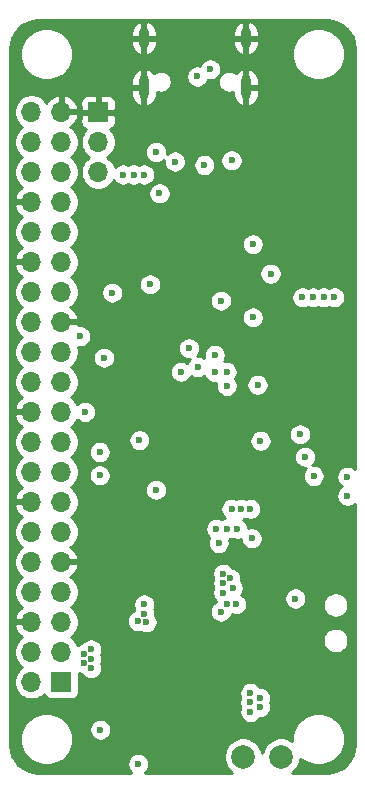
<source format=gbr>
G04 #@! TF.GenerationSoftware,KiCad,Pcbnew,5.1.9+dfsg1-1~bpo10+1*
G04 #@! TF.CreationDate,2021-04-22T21:33:44+00:00*
G04 #@! TF.ProjectId,rgb_lcd_pihat,7267625f-6c63-4645-9f70-696861742e6b,rev?*
G04 #@! TF.SameCoordinates,Original*
G04 #@! TF.FileFunction,Copper,L3,Inr*
G04 #@! TF.FilePolarity,Positive*
%FSLAX46Y46*%
G04 Gerber Fmt 4.6, Leading zero omitted, Abs format (unit mm)*
G04 Created by KiCad (PCBNEW 5.1.9+dfsg1-1~bpo10+1) date 2021-04-22 21:33:44*
%MOMM*%
%LPD*%
G01*
G04 APERTURE LIST*
G04 #@! TA.AperFunction,ComponentPad*
%ADD10C,2.000000*%
G04 #@! TD*
G04 #@! TA.AperFunction,ComponentPad*
%ADD11O,0.900000X1.700000*%
G04 #@! TD*
G04 #@! TA.AperFunction,ComponentPad*
%ADD12O,0.900000X2.000000*%
G04 #@! TD*
G04 #@! TA.AperFunction,ComponentPad*
%ADD13R,1.700000X1.700000*%
G04 #@! TD*
G04 #@! TA.AperFunction,ComponentPad*
%ADD14O,1.700000X1.700000*%
G04 #@! TD*
G04 #@! TA.AperFunction,ViaPad*
%ADD15C,0.600000*%
G04 #@! TD*
G04 #@! TA.AperFunction,Conductor*
%ADD16C,0.254000*%
G04 #@! TD*
G04 #@! TA.AperFunction,Conductor*
%ADD17C,0.100000*%
G04 #@! TD*
G04 APERTURE END LIST*
D10*
X63600000Y-98000000D03*
X60400000Y-98000000D03*
D11*
X51980000Y-37160000D03*
X60620000Y-37160000D03*
D12*
X51980000Y-41330000D03*
X60620000Y-41330000D03*
D13*
X45000000Y-91660000D03*
D14*
X42460000Y-91660000D03*
X45000000Y-89120000D03*
X42460000Y-89120000D03*
X45000000Y-86580000D03*
X42460000Y-86580000D03*
X45000000Y-84040000D03*
X42460000Y-84040000D03*
X45000000Y-81500000D03*
X42460000Y-81500000D03*
X45000000Y-78960000D03*
X42460000Y-78960000D03*
X45000000Y-76420000D03*
X42460000Y-76420000D03*
X45000000Y-73880000D03*
X42460000Y-73880000D03*
X45000000Y-71340000D03*
X42460000Y-71340000D03*
X45000000Y-68800000D03*
X42460000Y-68800000D03*
X45000000Y-66260000D03*
X42460000Y-66260000D03*
X45000000Y-63720000D03*
X42460000Y-63720000D03*
X45000000Y-61180000D03*
X42460000Y-61180000D03*
X45000000Y-58640000D03*
X42460000Y-58640000D03*
X45000000Y-56100000D03*
X42460000Y-56100000D03*
X45000000Y-53560000D03*
X42460000Y-53560000D03*
X45000000Y-51020000D03*
X42460000Y-51020000D03*
X45000000Y-48480000D03*
X42460000Y-48480000D03*
X45000000Y-45940000D03*
X42460000Y-45940000D03*
X45000000Y-43400000D03*
X42460000Y-43400000D03*
X48100000Y-48500000D03*
X48100000Y-45960000D03*
D13*
X48100000Y-43420000D03*
D15*
X64600000Y-80600000D03*
X48400000Y-98500000D03*
X49200000Y-93300000D03*
X48800000Y-94100000D03*
X49700000Y-94100000D03*
X50100000Y-93300000D03*
X50600000Y-94100000D03*
X59500000Y-87000000D03*
X59500000Y-87900000D03*
X59500000Y-88800000D03*
X58700000Y-88300000D03*
X58700000Y-87400000D03*
X54700000Y-77100000D03*
X53800000Y-77100000D03*
X52900000Y-77100000D03*
X67700000Y-73800000D03*
X67700000Y-71700000D03*
X67700000Y-69700000D03*
X67700000Y-67700000D03*
X67700000Y-65700000D03*
X67700000Y-63800000D03*
X67700000Y-62700000D03*
X67700000Y-61700000D03*
X58194416Y-46049989D03*
X67300000Y-76700000D03*
X53900000Y-58500000D03*
X53000000Y-83500000D03*
X56100000Y-57800000D03*
X58300000Y-56100000D03*
X60000000Y-58800000D03*
X51200000Y-47400000D03*
X53400000Y-54500000D03*
X53375000Y-55225000D03*
X54000000Y-54900000D03*
X48300000Y-95700000D03*
X51500000Y-98600000D03*
X52200000Y-86600000D03*
X52000000Y-85900000D03*
X51450002Y-86500000D03*
X52000000Y-85100000D03*
X50200000Y-48700000D03*
X51100000Y-48700000D03*
X52000000Y-48700000D03*
X58700000Y-82500000D03*
X59300000Y-82900000D03*
X58700000Y-83300000D03*
X59500000Y-83700000D03*
X58700000Y-84100000D03*
X47500000Y-88900000D03*
X46900000Y-89300000D03*
X47500000Y-89700000D03*
X46900000Y-90100000D03*
X47500000Y-90500000D03*
X59400000Y-77000000D03*
X60200000Y-77000000D03*
X61000000Y-77000000D03*
X61100000Y-79500000D03*
X61000000Y-93400000D03*
X61000000Y-92600000D03*
X61800000Y-93000000D03*
X61000000Y-94200000D03*
X61800000Y-93800000D03*
X68100000Y-59100000D03*
X67200000Y-59100000D03*
X66300000Y-59100000D03*
X65400000Y-59100000D03*
X58500000Y-85700000D03*
X59000000Y-85100000D03*
X59800000Y-85100000D03*
X61200000Y-54599990D03*
X49300000Y-58700000D03*
X48600000Y-64200000D03*
X47000002Y-68800000D03*
X48225010Y-74168825D03*
X66354564Y-74224981D03*
X65617887Y-72600000D03*
X48225010Y-72200000D03*
X57977982Y-65424979D03*
X57976151Y-63976169D03*
X51600000Y-71200000D03*
X56531617Y-65004350D03*
X58977681Y-65400009D03*
X61200000Y-60800000D03*
X61600000Y-66500000D03*
X52500000Y-57999988D03*
X59000000Y-66600000D03*
X58500000Y-59374990D03*
X61849998Y-71250000D03*
X62700000Y-57100000D03*
X65200000Y-70700000D03*
X69200000Y-74300000D03*
X69200000Y-75900000D03*
X57100000Y-47900000D03*
X53300000Y-50300000D03*
X58100000Y-78700000D03*
X59000000Y-78700000D03*
X59900000Y-78700000D03*
X53000000Y-75400000D03*
X56500000Y-40400000D03*
X57600000Y-39800000D03*
X46600000Y-62400000D03*
X55800000Y-63400000D03*
X59400000Y-47500000D03*
X54600000Y-47600000D03*
X53000000Y-46800000D03*
X58300000Y-79900000D03*
X64800000Y-84600000D03*
X55100000Y-65400000D03*
D16*
X67953893Y-35707670D02*
X68390498Y-35839489D01*
X68793185Y-36053600D01*
X69146612Y-36341848D01*
X69437327Y-36693261D01*
X69654242Y-37094439D01*
X69789106Y-37530113D01*
X69840000Y-38014344D01*
X69840001Y-73617711D01*
X69796028Y-73573738D01*
X69642889Y-73471414D01*
X69472729Y-73400932D01*
X69292089Y-73365000D01*
X69107911Y-73365000D01*
X68927271Y-73400932D01*
X68757111Y-73471414D01*
X68603972Y-73573738D01*
X68473738Y-73703972D01*
X68371414Y-73857111D01*
X68300932Y-74027271D01*
X68265000Y-74207911D01*
X68265000Y-74392089D01*
X68300932Y-74572729D01*
X68371414Y-74742889D01*
X68473738Y-74896028D01*
X68603972Y-75026262D01*
X68714329Y-75100000D01*
X68603972Y-75173738D01*
X68473738Y-75303972D01*
X68371414Y-75457111D01*
X68300932Y-75627271D01*
X68265000Y-75807911D01*
X68265000Y-75992089D01*
X68300932Y-76172729D01*
X68371414Y-76342889D01*
X68473738Y-76496028D01*
X68603972Y-76626262D01*
X68757111Y-76728586D01*
X68927271Y-76799068D01*
X69107911Y-76835000D01*
X69292089Y-76835000D01*
X69472729Y-76799068D01*
X69642889Y-76728586D01*
X69796028Y-76626262D01*
X69840001Y-76582289D01*
X69840001Y-96967711D01*
X69792330Y-97453894D01*
X69660512Y-97890497D01*
X69446399Y-98293186D01*
X69158150Y-98646613D01*
X68806739Y-98937327D01*
X68405564Y-99154240D01*
X67969886Y-99289106D01*
X67485664Y-99340000D01*
X64537470Y-99340000D01*
X64642252Y-99269987D01*
X64869987Y-99042252D01*
X65048918Y-98774463D01*
X65172168Y-98476912D01*
X65235000Y-98161033D01*
X65235000Y-98145767D01*
X65325271Y-98236038D01*
X65691331Y-98480631D01*
X66098075Y-98649110D01*
X66529872Y-98735000D01*
X66970128Y-98735000D01*
X67401925Y-98649110D01*
X67808669Y-98480631D01*
X68174729Y-98236038D01*
X68486038Y-97924729D01*
X68730631Y-97558669D01*
X68899110Y-97151925D01*
X68985000Y-96720128D01*
X68985000Y-96279872D01*
X68899110Y-95848075D01*
X68730631Y-95441331D01*
X68486038Y-95075271D01*
X68174729Y-94763962D01*
X67808669Y-94519369D01*
X67401925Y-94350890D01*
X66970128Y-94265000D01*
X66529872Y-94265000D01*
X66098075Y-94350890D01*
X65691331Y-94519369D01*
X65325271Y-94763962D01*
X65013962Y-95075271D01*
X64769369Y-95441331D01*
X64600890Y-95848075D01*
X64515000Y-96279872D01*
X64515000Y-96644986D01*
X64374463Y-96551082D01*
X64076912Y-96427832D01*
X63761033Y-96365000D01*
X63438967Y-96365000D01*
X63123088Y-96427832D01*
X62825537Y-96551082D01*
X62557748Y-96730013D01*
X62330013Y-96957748D01*
X62151082Y-97225537D01*
X62027832Y-97523088D01*
X62000000Y-97663009D01*
X61972168Y-97523088D01*
X61848918Y-97225537D01*
X61669987Y-96957748D01*
X61442252Y-96730013D01*
X61174463Y-96551082D01*
X60876912Y-96427832D01*
X60561033Y-96365000D01*
X60238967Y-96365000D01*
X59923088Y-96427832D01*
X59625537Y-96551082D01*
X59357748Y-96730013D01*
X59130013Y-96957748D01*
X58951082Y-97225537D01*
X58827832Y-97523088D01*
X58765000Y-97838967D01*
X58765000Y-98161033D01*
X58827832Y-98476912D01*
X58951082Y-98774463D01*
X59130013Y-99042252D01*
X59357748Y-99269987D01*
X59462530Y-99340000D01*
X52075468Y-99340000D01*
X52096028Y-99326262D01*
X52226262Y-99196028D01*
X52328586Y-99042889D01*
X52399068Y-98872729D01*
X52435000Y-98692089D01*
X52435000Y-98507911D01*
X52399068Y-98327271D01*
X52328586Y-98157111D01*
X52226262Y-98003972D01*
X52096028Y-97873738D01*
X51942889Y-97771414D01*
X51772729Y-97700932D01*
X51592089Y-97665000D01*
X51407911Y-97665000D01*
X51227271Y-97700932D01*
X51057111Y-97771414D01*
X50903972Y-97873738D01*
X50773738Y-98003972D01*
X50671414Y-98157111D01*
X50600932Y-98327271D01*
X50565000Y-98507911D01*
X50565000Y-98692089D01*
X50600932Y-98872729D01*
X50671414Y-99042889D01*
X50773738Y-99196028D01*
X50903972Y-99326262D01*
X50924532Y-99340000D01*
X43032279Y-99340000D01*
X42546106Y-99292330D01*
X42109503Y-99160512D01*
X41706814Y-98946399D01*
X41353387Y-98658150D01*
X41062673Y-98306739D01*
X40845760Y-97905564D01*
X40710894Y-97469886D01*
X40660000Y-96985664D01*
X40660000Y-96279872D01*
X41515000Y-96279872D01*
X41515000Y-96720128D01*
X41600890Y-97151925D01*
X41769369Y-97558669D01*
X42013962Y-97924729D01*
X42325271Y-98236038D01*
X42691331Y-98480631D01*
X43098075Y-98649110D01*
X43529872Y-98735000D01*
X43970128Y-98735000D01*
X44401925Y-98649110D01*
X44808669Y-98480631D01*
X45174729Y-98236038D01*
X45486038Y-97924729D01*
X45730631Y-97558669D01*
X45899110Y-97151925D01*
X45985000Y-96720128D01*
X45985000Y-96279872D01*
X45899110Y-95848075D01*
X45799631Y-95607911D01*
X47365000Y-95607911D01*
X47365000Y-95792089D01*
X47400932Y-95972729D01*
X47471414Y-96142889D01*
X47573738Y-96296028D01*
X47703972Y-96426262D01*
X47857111Y-96528586D01*
X48027271Y-96599068D01*
X48207911Y-96635000D01*
X48392089Y-96635000D01*
X48572729Y-96599068D01*
X48742889Y-96528586D01*
X48896028Y-96426262D01*
X49026262Y-96296028D01*
X49128586Y-96142889D01*
X49199068Y-95972729D01*
X49235000Y-95792089D01*
X49235000Y-95607911D01*
X49199068Y-95427271D01*
X49128586Y-95257111D01*
X49026262Y-95103972D01*
X48896028Y-94973738D01*
X48742889Y-94871414D01*
X48572729Y-94800932D01*
X48392089Y-94765000D01*
X48207911Y-94765000D01*
X48027271Y-94800932D01*
X47857111Y-94871414D01*
X47703972Y-94973738D01*
X47573738Y-95103972D01*
X47471414Y-95257111D01*
X47400932Y-95427271D01*
X47365000Y-95607911D01*
X45799631Y-95607911D01*
X45730631Y-95441331D01*
X45486038Y-95075271D01*
X45174729Y-94763962D01*
X44808669Y-94519369D01*
X44401925Y-94350890D01*
X43970128Y-94265000D01*
X43529872Y-94265000D01*
X43098075Y-94350890D01*
X42691331Y-94519369D01*
X42325271Y-94763962D01*
X42013962Y-95075271D01*
X41769369Y-95441331D01*
X41600890Y-95848075D01*
X41515000Y-96279872D01*
X40660000Y-96279872D01*
X40660000Y-43253740D01*
X40975000Y-43253740D01*
X40975000Y-43546260D01*
X41032068Y-43833158D01*
X41144010Y-44103411D01*
X41306525Y-44346632D01*
X41513368Y-44553475D01*
X41687760Y-44670000D01*
X41513368Y-44786525D01*
X41306525Y-44993368D01*
X41144010Y-45236589D01*
X41032068Y-45506842D01*
X40975000Y-45793740D01*
X40975000Y-46086260D01*
X41032068Y-46373158D01*
X41144010Y-46643411D01*
X41306525Y-46886632D01*
X41513368Y-47093475D01*
X41687760Y-47210000D01*
X41513368Y-47326525D01*
X41306525Y-47533368D01*
X41144010Y-47776589D01*
X41032068Y-48046842D01*
X40975000Y-48333740D01*
X40975000Y-48626260D01*
X41032068Y-48913158D01*
X41144010Y-49183411D01*
X41306525Y-49426632D01*
X41513368Y-49633475D01*
X41695534Y-49755195D01*
X41578645Y-49824822D01*
X41362412Y-50019731D01*
X41188359Y-50253080D01*
X41063175Y-50515901D01*
X41018524Y-50663110D01*
X41139845Y-50893000D01*
X42333000Y-50893000D01*
X42333000Y-50873000D01*
X42587000Y-50873000D01*
X42587000Y-50893000D01*
X42607000Y-50893000D01*
X42607000Y-51147000D01*
X42587000Y-51147000D01*
X42587000Y-51167000D01*
X42333000Y-51167000D01*
X42333000Y-51147000D01*
X41139845Y-51147000D01*
X41018524Y-51376890D01*
X41063175Y-51524099D01*
X41188359Y-51786920D01*
X41362412Y-52020269D01*
X41578645Y-52215178D01*
X41695534Y-52284805D01*
X41513368Y-52406525D01*
X41306525Y-52613368D01*
X41144010Y-52856589D01*
X41032068Y-53126842D01*
X40975000Y-53413740D01*
X40975000Y-53706260D01*
X41032068Y-53993158D01*
X41144010Y-54263411D01*
X41306525Y-54506632D01*
X41513368Y-54713475D01*
X41695534Y-54835195D01*
X41578645Y-54904822D01*
X41362412Y-55099731D01*
X41188359Y-55333080D01*
X41063175Y-55595901D01*
X41018524Y-55743110D01*
X41139845Y-55973000D01*
X42333000Y-55973000D01*
X42333000Y-55953000D01*
X42587000Y-55953000D01*
X42587000Y-55973000D01*
X42607000Y-55973000D01*
X42607000Y-56227000D01*
X42587000Y-56227000D01*
X42587000Y-56247000D01*
X42333000Y-56247000D01*
X42333000Y-56227000D01*
X41139845Y-56227000D01*
X41018524Y-56456890D01*
X41063175Y-56604099D01*
X41188359Y-56866920D01*
X41362412Y-57100269D01*
X41578645Y-57295178D01*
X41695534Y-57364805D01*
X41513368Y-57486525D01*
X41306525Y-57693368D01*
X41144010Y-57936589D01*
X41032068Y-58206842D01*
X40975000Y-58493740D01*
X40975000Y-58786260D01*
X41032068Y-59073158D01*
X41144010Y-59343411D01*
X41306525Y-59586632D01*
X41513368Y-59793475D01*
X41687760Y-59910000D01*
X41513368Y-60026525D01*
X41306525Y-60233368D01*
X41144010Y-60476589D01*
X41032068Y-60746842D01*
X40975000Y-61033740D01*
X40975000Y-61326260D01*
X41032068Y-61613158D01*
X41144010Y-61883411D01*
X41306525Y-62126632D01*
X41513368Y-62333475D01*
X41687760Y-62450000D01*
X41513368Y-62566525D01*
X41306525Y-62773368D01*
X41144010Y-63016589D01*
X41032068Y-63286842D01*
X40975000Y-63573740D01*
X40975000Y-63866260D01*
X41032068Y-64153158D01*
X41144010Y-64423411D01*
X41306525Y-64666632D01*
X41513368Y-64873475D01*
X41687760Y-64990000D01*
X41513368Y-65106525D01*
X41306525Y-65313368D01*
X41144010Y-65556589D01*
X41032068Y-65826842D01*
X40975000Y-66113740D01*
X40975000Y-66406260D01*
X41032068Y-66693158D01*
X41144010Y-66963411D01*
X41306525Y-67206632D01*
X41513368Y-67413475D01*
X41695534Y-67535195D01*
X41578645Y-67604822D01*
X41362412Y-67799731D01*
X41188359Y-68033080D01*
X41063175Y-68295901D01*
X41018524Y-68443110D01*
X41139845Y-68673000D01*
X42333000Y-68673000D01*
X42333000Y-68653000D01*
X42587000Y-68653000D01*
X42587000Y-68673000D01*
X42607000Y-68673000D01*
X42607000Y-68927000D01*
X42587000Y-68927000D01*
X42587000Y-68947000D01*
X42333000Y-68947000D01*
X42333000Y-68927000D01*
X41139845Y-68927000D01*
X41018524Y-69156890D01*
X41063175Y-69304099D01*
X41188359Y-69566920D01*
X41362412Y-69800269D01*
X41578645Y-69995178D01*
X41695534Y-70064805D01*
X41513368Y-70186525D01*
X41306525Y-70393368D01*
X41144010Y-70636589D01*
X41032068Y-70906842D01*
X40975000Y-71193740D01*
X40975000Y-71486260D01*
X41032068Y-71773158D01*
X41144010Y-72043411D01*
X41306525Y-72286632D01*
X41513368Y-72493475D01*
X41687760Y-72610000D01*
X41513368Y-72726525D01*
X41306525Y-72933368D01*
X41144010Y-73176589D01*
X41032068Y-73446842D01*
X40975000Y-73733740D01*
X40975000Y-74026260D01*
X41032068Y-74313158D01*
X41144010Y-74583411D01*
X41306525Y-74826632D01*
X41513368Y-75033475D01*
X41695534Y-75155195D01*
X41578645Y-75224822D01*
X41362412Y-75419731D01*
X41188359Y-75653080D01*
X41063175Y-75915901D01*
X41018524Y-76063110D01*
X41139845Y-76293000D01*
X42333000Y-76293000D01*
X42333000Y-76273000D01*
X42587000Y-76273000D01*
X42587000Y-76293000D01*
X42607000Y-76293000D01*
X42607000Y-76547000D01*
X42587000Y-76547000D01*
X42587000Y-76567000D01*
X42333000Y-76567000D01*
X42333000Y-76547000D01*
X41139845Y-76547000D01*
X41018524Y-76776890D01*
X41063175Y-76924099D01*
X41188359Y-77186920D01*
X41362412Y-77420269D01*
X41578645Y-77615178D01*
X41695534Y-77684805D01*
X41513368Y-77806525D01*
X41306525Y-78013368D01*
X41144010Y-78256589D01*
X41032068Y-78526842D01*
X40975000Y-78813740D01*
X40975000Y-79106260D01*
X41032068Y-79393158D01*
X41144010Y-79663411D01*
X41306525Y-79906632D01*
X41513368Y-80113475D01*
X41687760Y-80230000D01*
X41513368Y-80346525D01*
X41306525Y-80553368D01*
X41144010Y-80796589D01*
X41032068Y-81066842D01*
X40975000Y-81353740D01*
X40975000Y-81646260D01*
X41032068Y-81933158D01*
X41144010Y-82203411D01*
X41306525Y-82446632D01*
X41513368Y-82653475D01*
X41687760Y-82770000D01*
X41513368Y-82886525D01*
X41306525Y-83093368D01*
X41144010Y-83336589D01*
X41032068Y-83606842D01*
X40975000Y-83893740D01*
X40975000Y-84186260D01*
X41032068Y-84473158D01*
X41144010Y-84743411D01*
X41306525Y-84986632D01*
X41513368Y-85193475D01*
X41695534Y-85315195D01*
X41578645Y-85384822D01*
X41362412Y-85579731D01*
X41188359Y-85813080D01*
X41063175Y-86075901D01*
X41018524Y-86223110D01*
X41139845Y-86453000D01*
X42333000Y-86453000D01*
X42333000Y-86433000D01*
X42587000Y-86433000D01*
X42587000Y-86453000D01*
X42607000Y-86453000D01*
X42607000Y-86707000D01*
X42587000Y-86707000D01*
X42587000Y-86727000D01*
X42333000Y-86727000D01*
X42333000Y-86707000D01*
X41139845Y-86707000D01*
X41018524Y-86936890D01*
X41063175Y-87084099D01*
X41188359Y-87346920D01*
X41362412Y-87580269D01*
X41578645Y-87775178D01*
X41695534Y-87844805D01*
X41513368Y-87966525D01*
X41306525Y-88173368D01*
X41144010Y-88416589D01*
X41032068Y-88686842D01*
X40975000Y-88973740D01*
X40975000Y-89266260D01*
X41032068Y-89553158D01*
X41144010Y-89823411D01*
X41306525Y-90066632D01*
X41513368Y-90273475D01*
X41687760Y-90390000D01*
X41513368Y-90506525D01*
X41306525Y-90713368D01*
X41144010Y-90956589D01*
X41032068Y-91226842D01*
X40975000Y-91513740D01*
X40975000Y-91806260D01*
X41032068Y-92093158D01*
X41144010Y-92363411D01*
X41306525Y-92606632D01*
X41513368Y-92813475D01*
X41756589Y-92975990D01*
X42026842Y-93087932D01*
X42313740Y-93145000D01*
X42606260Y-93145000D01*
X42893158Y-93087932D01*
X43163411Y-92975990D01*
X43406632Y-92813475D01*
X43538487Y-92681620D01*
X43560498Y-92754180D01*
X43619463Y-92864494D01*
X43698815Y-92961185D01*
X43795506Y-93040537D01*
X43905820Y-93099502D01*
X44025518Y-93135812D01*
X44150000Y-93148072D01*
X45850000Y-93148072D01*
X45974482Y-93135812D01*
X46094180Y-93099502D01*
X46204494Y-93040537D01*
X46301185Y-92961185D01*
X46380537Y-92864494D01*
X46439502Y-92754180D01*
X46475812Y-92634482D01*
X46488072Y-92510000D01*
X46488072Y-92507911D01*
X60065000Y-92507911D01*
X60065000Y-92692089D01*
X60100932Y-92872729D01*
X60153649Y-93000000D01*
X60100932Y-93127271D01*
X60065000Y-93307911D01*
X60065000Y-93492089D01*
X60100932Y-93672729D01*
X60153649Y-93800000D01*
X60100932Y-93927271D01*
X60065000Y-94107911D01*
X60065000Y-94292089D01*
X60100932Y-94472729D01*
X60171414Y-94642889D01*
X60273738Y-94796028D01*
X60403972Y-94926262D01*
X60557111Y-95028586D01*
X60727271Y-95099068D01*
X60907911Y-95135000D01*
X61092089Y-95135000D01*
X61272729Y-95099068D01*
X61442889Y-95028586D01*
X61596028Y-94926262D01*
X61726262Y-94796028D01*
X61767040Y-94735000D01*
X61892089Y-94735000D01*
X62072729Y-94699068D01*
X62242889Y-94628586D01*
X62396028Y-94526262D01*
X62526262Y-94396028D01*
X62628586Y-94242889D01*
X62699068Y-94072729D01*
X62735000Y-93892089D01*
X62735000Y-93707911D01*
X62699068Y-93527271D01*
X62646351Y-93400000D01*
X62699068Y-93272729D01*
X62735000Y-93092089D01*
X62735000Y-92907911D01*
X62699068Y-92727271D01*
X62628586Y-92557111D01*
X62526262Y-92403972D01*
X62396028Y-92273738D01*
X62242889Y-92171414D01*
X62072729Y-92100932D01*
X61892089Y-92065000D01*
X61767040Y-92065000D01*
X61726262Y-92003972D01*
X61596028Y-91873738D01*
X61442889Y-91771414D01*
X61272729Y-91700932D01*
X61092089Y-91665000D01*
X60907911Y-91665000D01*
X60727271Y-91700932D01*
X60557111Y-91771414D01*
X60403972Y-91873738D01*
X60273738Y-92003972D01*
X60171414Y-92157111D01*
X60100932Y-92327271D01*
X60065000Y-92507911D01*
X46488072Y-92507911D01*
X46488072Y-90941410D01*
X46627271Y-90999068D01*
X46721472Y-91017806D01*
X46773738Y-91096028D01*
X46903972Y-91226262D01*
X47057111Y-91328586D01*
X47227271Y-91399068D01*
X47407911Y-91435000D01*
X47592089Y-91435000D01*
X47772729Y-91399068D01*
X47942889Y-91328586D01*
X48096028Y-91226262D01*
X48226262Y-91096028D01*
X48328586Y-90942889D01*
X48399068Y-90772729D01*
X48435000Y-90592089D01*
X48435000Y-90407911D01*
X48399068Y-90227271D01*
X48346351Y-90100000D01*
X48399068Y-89972729D01*
X48435000Y-89792089D01*
X48435000Y-89607911D01*
X48399068Y-89427271D01*
X48346351Y-89300000D01*
X48399068Y-89172729D01*
X48435000Y-88992089D01*
X48435000Y-88807911D01*
X48399068Y-88627271D01*
X48328586Y-88457111D01*
X48226262Y-88303972D01*
X48096028Y-88173738D01*
X47942889Y-88071414D01*
X47874622Y-88043137D01*
X67125000Y-88043137D01*
X67125000Y-88256863D01*
X67166696Y-88466483D01*
X67248485Y-88663940D01*
X67367225Y-88841647D01*
X67518353Y-88992775D01*
X67696060Y-89111515D01*
X67893517Y-89193304D01*
X68103137Y-89235000D01*
X68316863Y-89235000D01*
X68526483Y-89193304D01*
X68723940Y-89111515D01*
X68901647Y-88992775D01*
X69052775Y-88841647D01*
X69171515Y-88663940D01*
X69253304Y-88466483D01*
X69295000Y-88256863D01*
X69295000Y-88043137D01*
X69253304Y-87833517D01*
X69171515Y-87636060D01*
X69052775Y-87458353D01*
X68901647Y-87307225D01*
X68723940Y-87188485D01*
X68526483Y-87106696D01*
X68316863Y-87065000D01*
X68103137Y-87065000D01*
X67893517Y-87106696D01*
X67696060Y-87188485D01*
X67518353Y-87307225D01*
X67367225Y-87458353D01*
X67248485Y-87636060D01*
X67166696Y-87833517D01*
X67125000Y-88043137D01*
X47874622Y-88043137D01*
X47772729Y-88000932D01*
X47592089Y-87965000D01*
X47407911Y-87965000D01*
X47227271Y-88000932D01*
X47057111Y-88071414D01*
X46903972Y-88173738D01*
X46773738Y-88303972D01*
X46721472Y-88382194D01*
X46627271Y-88400932D01*
X46457111Y-88471414D01*
X46364368Y-88533383D01*
X46315990Y-88416589D01*
X46153475Y-88173368D01*
X45946632Y-87966525D01*
X45772240Y-87850000D01*
X45946632Y-87733475D01*
X46153475Y-87526632D01*
X46315990Y-87283411D01*
X46427932Y-87013158D01*
X46485000Y-86726260D01*
X46485000Y-86433740D01*
X46479863Y-86407911D01*
X50515002Y-86407911D01*
X50515002Y-86592089D01*
X50550934Y-86772729D01*
X50621416Y-86942889D01*
X50723740Y-87096028D01*
X50853974Y-87226262D01*
X51007113Y-87328586D01*
X51177273Y-87399068D01*
X51357913Y-87435000D01*
X51542091Y-87435000D01*
X51715182Y-87400570D01*
X51757111Y-87428586D01*
X51927271Y-87499068D01*
X52107911Y-87535000D01*
X52292089Y-87535000D01*
X52472729Y-87499068D01*
X52642889Y-87428586D01*
X52796028Y-87326262D01*
X52926262Y-87196028D01*
X53028586Y-87042889D01*
X53099068Y-86872729D01*
X53135000Y-86692089D01*
X53135000Y-86507911D01*
X53099068Y-86327271D01*
X53028586Y-86157111D01*
X52931174Y-86011323D01*
X52935000Y-85992089D01*
X52935000Y-85807911D01*
X52899068Y-85627271D01*
X52891049Y-85607911D01*
X57565000Y-85607911D01*
X57565000Y-85792089D01*
X57600932Y-85972729D01*
X57671414Y-86142889D01*
X57773738Y-86296028D01*
X57903972Y-86426262D01*
X58057111Y-86528586D01*
X58227271Y-86599068D01*
X58407911Y-86635000D01*
X58592089Y-86635000D01*
X58772729Y-86599068D01*
X58942889Y-86528586D01*
X59096028Y-86426262D01*
X59226262Y-86296028D01*
X59328586Y-86142889D01*
X59399068Y-85972729D01*
X59403987Y-85948002D01*
X59527271Y-85999068D01*
X59707911Y-86035000D01*
X59892089Y-86035000D01*
X60072729Y-85999068D01*
X60242889Y-85928586D01*
X60396028Y-85826262D01*
X60526262Y-85696028D01*
X60628586Y-85542889D01*
X60699068Y-85372729D01*
X60735000Y-85192089D01*
X60735000Y-85007911D01*
X60699068Y-84827271D01*
X60628586Y-84657111D01*
X60528894Y-84507911D01*
X63865000Y-84507911D01*
X63865000Y-84692089D01*
X63900932Y-84872729D01*
X63971414Y-85042889D01*
X64073738Y-85196028D01*
X64203972Y-85326262D01*
X64357111Y-85428586D01*
X64527271Y-85499068D01*
X64707911Y-85535000D01*
X64892089Y-85535000D01*
X65072729Y-85499068D01*
X65242889Y-85428586D01*
X65396028Y-85326262D01*
X65526262Y-85196028D01*
X65628420Y-85043137D01*
X67125000Y-85043137D01*
X67125000Y-85256863D01*
X67166696Y-85466483D01*
X67248485Y-85663940D01*
X67367225Y-85841647D01*
X67518353Y-85992775D01*
X67696060Y-86111515D01*
X67893517Y-86193304D01*
X68103137Y-86235000D01*
X68316863Y-86235000D01*
X68526483Y-86193304D01*
X68723940Y-86111515D01*
X68901647Y-85992775D01*
X69052775Y-85841647D01*
X69171515Y-85663940D01*
X69253304Y-85466483D01*
X69295000Y-85256863D01*
X69295000Y-85043137D01*
X69253304Y-84833517D01*
X69171515Y-84636060D01*
X69052775Y-84458353D01*
X68901647Y-84307225D01*
X68723940Y-84188485D01*
X68526483Y-84106696D01*
X68316863Y-84065000D01*
X68103137Y-84065000D01*
X67893517Y-84106696D01*
X67696060Y-84188485D01*
X67518353Y-84307225D01*
X67367225Y-84458353D01*
X67248485Y-84636060D01*
X67166696Y-84833517D01*
X67125000Y-85043137D01*
X65628420Y-85043137D01*
X65628586Y-85042889D01*
X65699068Y-84872729D01*
X65735000Y-84692089D01*
X65735000Y-84507911D01*
X65699068Y-84327271D01*
X65628586Y-84157111D01*
X65526262Y-84003972D01*
X65396028Y-83873738D01*
X65242889Y-83771414D01*
X65072729Y-83700932D01*
X64892089Y-83665000D01*
X64707911Y-83665000D01*
X64527271Y-83700932D01*
X64357111Y-83771414D01*
X64203972Y-83873738D01*
X64073738Y-84003972D01*
X63971414Y-84157111D01*
X63900932Y-84327271D01*
X63865000Y-84507911D01*
X60528894Y-84507911D01*
X60526262Y-84503972D01*
X60396028Y-84373738D01*
X60242889Y-84271414D01*
X60242748Y-84271355D01*
X60328586Y-84142889D01*
X60399068Y-83972729D01*
X60435000Y-83792089D01*
X60435000Y-83607911D01*
X60399068Y-83427271D01*
X60328586Y-83257111D01*
X60226262Y-83103972D01*
X60214987Y-83092697D01*
X60235000Y-82992089D01*
X60235000Y-82807911D01*
X60199068Y-82627271D01*
X60128586Y-82457111D01*
X60026262Y-82303972D01*
X59896028Y-82173738D01*
X59742889Y-82071414D01*
X59572729Y-82000932D01*
X59478528Y-81982194D01*
X59426262Y-81903972D01*
X59296028Y-81773738D01*
X59142889Y-81671414D01*
X58972729Y-81600932D01*
X58792089Y-81565000D01*
X58607911Y-81565000D01*
X58427271Y-81600932D01*
X58257111Y-81671414D01*
X58103972Y-81773738D01*
X57973738Y-81903972D01*
X57871414Y-82057111D01*
X57800932Y-82227271D01*
X57765000Y-82407911D01*
X57765000Y-82592089D01*
X57800932Y-82772729D01*
X57853649Y-82900000D01*
X57800932Y-83027271D01*
X57765000Y-83207911D01*
X57765000Y-83392089D01*
X57800932Y-83572729D01*
X57853649Y-83700000D01*
X57800932Y-83827271D01*
X57765000Y-84007911D01*
X57765000Y-84192089D01*
X57800932Y-84372729D01*
X57871414Y-84542889D01*
X57973738Y-84696028D01*
X58102118Y-84824408D01*
X58100932Y-84827271D01*
X58095298Y-84855597D01*
X58057111Y-84871414D01*
X57903972Y-84973738D01*
X57773738Y-85103972D01*
X57671414Y-85257111D01*
X57600932Y-85427271D01*
X57565000Y-85607911D01*
X52891049Y-85607911D01*
X52846351Y-85500000D01*
X52899068Y-85372729D01*
X52935000Y-85192089D01*
X52935000Y-85007911D01*
X52899068Y-84827271D01*
X52828586Y-84657111D01*
X52726262Y-84503972D01*
X52596028Y-84373738D01*
X52442889Y-84271414D01*
X52272729Y-84200932D01*
X52092089Y-84165000D01*
X51907911Y-84165000D01*
X51727271Y-84200932D01*
X51557111Y-84271414D01*
X51403972Y-84373738D01*
X51273738Y-84503972D01*
X51171414Y-84657111D01*
X51100932Y-84827271D01*
X51065000Y-85007911D01*
X51065000Y-85192089D01*
X51100932Y-85372729D01*
X51153649Y-85500000D01*
X51100932Y-85627271D01*
X51099787Y-85633028D01*
X51007113Y-85671414D01*
X50853974Y-85773738D01*
X50723740Y-85903972D01*
X50621416Y-86057111D01*
X50550934Y-86227271D01*
X50515002Y-86407911D01*
X46479863Y-86407911D01*
X46427932Y-86146842D01*
X46315990Y-85876589D01*
X46153475Y-85633368D01*
X45946632Y-85426525D01*
X45772240Y-85310000D01*
X45946632Y-85193475D01*
X46153475Y-84986632D01*
X46315990Y-84743411D01*
X46427932Y-84473158D01*
X46485000Y-84186260D01*
X46485000Y-83893740D01*
X46427932Y-83606842D01*
X46315990Y-83336589D01*
X46153475Y-83093368D01*
X45946632Y-82886525D01*
X45764466Y-82764805D01*
X45881355Y-82695178D01*
X46097588Y-82500269D01*
X46271641Y-82266920D01*
X46396825Y-82004099D01*
X46441476Y-81856890D01*
X46320155Y-81627000D01*
X45127000Y-81627000D01*
X45127000Y-81647000D01*
X44873000Y-81647000D01*
X44873000Y-81627000D01*
X44853000Y-81627000D01*
X44853000Y-81373000D01*
X44873000Y-81373000D01*
X44873000Y-81353000D01*
X45127000Y-81353000D01*
X45127000Y-81373000D01*
X46320155Y-81373000D01*
X46441476Y-81143110D01*
X46396825Y-80995901D01*
X46271641Y-80733080D01*
X46097588Y-80499731D01*
X45881355Y-80304822D01*
X45764466Y-80235195D01*
X45946632Y-80113475D01*
X46153475Y-79906632D01*
X46315990Y-79663411D01*
X46427932Y-79393158D01*
X46485000Y-79106260D01*
X46485000Y-78813740D01*
X46444058Y-78607911D01*
X57165000Y-78607911D01*
X57165000Y-78792089D01*
X57200932Y-78972729D01*
X57271414Y-79142889D01*
X57373738Y-79296028D01*
X57496811Y-79419101D01*
X57471414Y-79457111D01*
X57400932Y-79627271D01*
X57365000Y-79807911D01*
X57365000Y-79992089D01*
X57400932Y-80172729D01*
X57471414Y-80342889D01*
X57573738Y-80496028D01*
X57703972Y-80626262D01*
X57857111Y-80728586D01*
X58027271Y-80799068D01*
X58207911Y-80835000D01*
X58392089Y-80835000D01*
X58572729Y-80799068D01*
X58742889Y-80728586D01*
X58896028Y-80626262D01*
X59026262Y-80496028D01*
X59128586Y-80342889D01*
X59199068Y-80172729D01*
X59235000Y-79992089D01*
X59235000Y-79807911D01*
X59199068Y-79627271D01*
X59193882Y-79614752D01*
X59272729Y-79599068D01*
X59442889Y-79528586D01*
X59450000Y-79523835D01*
X59457111Y-79528586D01*
X59627271Y-79599068D01*
X59807911Y-79635000D01*
X59992089Y-79635000D01*
X60166630Y-79600281D01*
X60200932Y-79772729D01*
X60271414Y-79942889D01*
X60373738Y-80096028D01*
X60503972Y-80226262D01*
X60657111Y-80328586D01*
X60827271Y-80399068D01*
X61007911Y-80435000D01*
X61192089Y-80435000D01*
X61372729Y-80399068D01*
X61542889Y-80328586D01*
X61696028Y-80226262D01*
X61826262Y-80096028D01*
X61928586Y-79942889D01*
X61999068Y-79772729D01*
X62035000Y-79592089D01*
X62035000Y-79407911D01*
X61999068Y-79227271D01*
X61928586Y-79057111D01*
X61826262Y-78903972D01*
X61696028Y-78773738D01*
X61542889Y-78671414D01*
X61372729Y-78600932D01*
X61192089Y-78565000D01*
X61007911Y-78565000D01*
X60833370Y-78599719D01*
X60799068Y-78427271D01*
X60728586Y-78257111D01*
X60626262Y-78103972D01*
X60496028Y-77973738D01*
X60404568Y-77912626D01*
X60472729Y-77899068D01*
X60600000Y-77846351D01*
X60727271Y-77899068D01*
X60907911Y-77935000D01*
X61092089Y-77935000D01*
X61272729Y-77899068D01*
X61442889Y-77828586D01*
X61596028Y-77726262D01*
X61726262Y-77596028D01*
X61828586Y-77442889D01*
X61899068Y-77272729D01*
X61935000Y-77092089D01*
X61935000Y-76907911D01*
X61899068Y-76727271D01*
X61828586Y-76557111D01*
X61726262Y-76403972D01*
X61596028Y-76273738D01*
X61442889Y-76171414D01*
X61272729Y-76100932D01*
X61092089Y-76065000D01*
X60907911Y-76065000D01*
X60727271Y-76100932D01*
X60600000Y-76153649D01*
X60472729Y-76100932D01*
X60292089Y-76065000D01*
X60107911Y-76065000D01*
X59927271Y-76100932D01*
X59800000Y-76153649D01*
X59672729Y-76100932D01*
X59492089Y-76065000D01*
X59307911Y-76065000D01*
X59127271Y-76100932D01*
X58957111Y-76171414D01*
X58803972Y-76273738D01*
X58673738Y-76403972D01*
X58571414Y-76557111D01*
X58500932Y-76727271D01*
X58465000Y-76907911D01*
X58465000Y-77092089D01*
X58500932Y-77272729D01*
X58571414Y-77442889D01*
X58673738Y-77596028D01*
X58803972Y-77726262D01*
X58872492Y-77772045D01*
X58727271Y-77800932D01*
X58557111Y-77871414D01*
X58550000Y-77876165D01*
X58542889Y-77871414D01*
X58372729Y-77800932D01*
X58192089Y-77765000D01*
X58007911Y-77765000D01*
X57827271Y-77800932D01*
X57657111Y-77871414D01*
X57503972Y-77973738D01*
X57373738Y-78103972D01*
X57271414Y-78257111D01*
X57200932Y-78427271D01*
X57165000Y-78607911D01*
X46444058Y-78607911D01*
X46427932Y-78526842D01*
X46315990Y-78256589D01*
X46153475Y-78013368D01*
X45946632Y-77806525D01*
X45772240Y-77690000D01*
X45946632Y-77573475D01*
X46153475Y-77366632D01*
X46315990Y-77123411D01*
X46427932Y-76853158D01*
X46485000Y-76566260D01*
X46485000Y-76273740D01*
X46427932Y-75986842D01*
X46315990Y-75716589D01*
X46153475Y-75473368D01*
X45988018Y-75307911D01*
X52065000Y-75307911D01*
X52065000Y-75492089D01*
X52100932Y-75672729D01*
X52171414Y-75842889D01*
X52273738Y-75996028D01*
X52403972Y-76126262D01*
X52557111Y-76228586D01*
X52727271Y-76299068D01*
X52907911Y-76335000D01*
X53092089Y-76335000D01*
X53272729Y-76299068D01*
X53442889Y-76228586D01*
X53596028Y-76126262D01*
X53726262Y-75996028D01*
X53828586Y-75842889D01*
X53899068Y-75672729D01*
X53935000Y-75492089D01*
X53935000Y-75307911D01*
X53899068Y-75127271D01*
X53828586Y-74957111D01*
X53726262Y-74803972D01*
X53596028Y-74673738D01*
X53442889Y-74571414D01*
X53272729Y-74500932D01*
X53092089Y-74465000D01*
X52907911Y-74465000D01*
X52727271Y-74500932D01*
X52557111Y-74571414D01*
X52403972Y-74673738D01*
X52273738Y-74803972D01*
X52171414Y-74957111D01*
X52100932Y-75127271D01*
X52065000Y-75307911D01*
X45988018Y-75307911D01*
X45946632Y-75266525D01*
X45772240Y-75150000D01*
X45946632Y-75033475D01*
X46153475Y-74826632D01*
X46315990Y-74583411D01*
X46427932Y-74313158D01*
X46474959Y-74076736D01*
X47290010Y-74076736D01*
X47290010Y-74260914D01*
X47325942Y-74441554D01*
X47396424Y-74611714D01*
X47498748Y-74764853D01*
X47628982Y-74895087D01*
X47782121Y-74997411D01*
X47952281Y-75067893D01*
X48132921Y-75103825D01*
X48317099Y-75103825D01*
X48497739Y-75067893D01*
X48667899Y-74997411D01*
X48821038Y-74895087D01*
X48951272Y-74764853D01*
X49053596Y-74611714D01*
X49124078Y-74441554D01*
X49160010Y-74260914D01*
X49160010Y-74076736D01*
X49124078Y-73896096D01*
X49053596Y-73725936D01*
X48951272Y-73572797D01*
X48821038Y-73442563D01*
X48667899Y-73340239D01*
X48497739Y-73269757D01*
X48317099Y-73233825D01*
X48132921Y-73233825D01*
X47952281Y-73269757D01*
X47782121Y-73340239D01*
X47628982Y-73442563D01*
X47498748Y-73572797D01*
X47396424Y-73725936D01*
X47325942Y-73896096D01*
X47290010Y-74076736D01*
X46474959Y-74076736D01*
X46485000Y-74026260D01*
X46485000Y-73733740D01*
X46427932Y-73446842D01*
X46315990Y-73176589D01*
X46153475Y-72933368D01*
X45946632Y-72726525D01*
X45772240Y-72610000D01*
X45946632Y-72493475D01*
X46153475Y-72286632D01*
X46272892Y-72107911D01*
X47290010Y-72107911D01*
X47290010Y-72292089D01*
X47325942Y-72472729D01*
X47396424Y-72642889D01*
X47498748Y-72796028D01*
X47628982Y-72926262D01*
X47782121Y-73028586D01*
X47952281Y-73099068D01*
X48132921Y-73135000D01*
X48317099Y-73135000D01*
X48497739Y-73099068D01*
X48667899Y-73028586D01*
X48821038Y-72926262D01*
X48951272Y-72796028D01*
X49053596Y-72642889D01*
X49109505Y-72507911D01*
X64682887Y-72507911D01*
X64682887Y-72692089D01*
X64718819Y-72872729D01*
X64789301Y-73042889D01*
X64891625Y-73196028D01*
X65021859Y-73326262D01*
X65174998Y-73428586D01*
X65345158Y-73499068D01*
X65525798Y-73535000D01*
X65709976Y-73535000D01*
X65725304Y-73531951D01*
X65628302Y-73628953D01*
X65525978Y-73782092D01*
X65455496Y-73952252D01*
X65419564Y-74132892D01*
X65419564Y-74317070D01*
X65455496Y-74497710D01*
X65525978Y-74667870D01*
X65628302Y-74821009D01*
X65758536Y-74951243D01*
X65911675Y-75053567D01*
X66081835Y-75124049D01*
X66262475Y-75159981D01*
X66446653Y-75159981D01*
X66627293Y-75124049D01*
X66797453Y-75053567D01*
X66950592Y-74951243D01*
X67080826Y-74821009D01*
X67183150Y-74667870D01*
X67253632Y-74497710D01*
X67289564Y-74317070D01*
X67289564Y-74132892D01*
X67253632Y-73952252D01*
X67183150Y-73782092D01*
X67080826Y-73628953D01*
X66950592Y-73498719D01*
X66797453Y-73396395D01*
X66627293Y-73325913D01*
X66446653Y-73289981D01*
X66262475Y-73289981D01*
X66247147Y-73293030D01*
X66344149Y-73196028D01*
X66446473Y-73042889D01*
X66516955Y-72872729D01*
X66552887Y-72692089D01*
X66552887Y-72507911D01*
X66516955Y-72327271D01*
X66446473Y-72157111D01*
X66344149Y-72003972D01*
X66213915Y-71873738D01*
X66060776Y-71771414D01*
X65890616Y-71700932D01*
X65709976Y-71665000D01*
X65525798Y-71665000D01*
X65345158Y-71700932D01*
X65174998Y-71771414D01*
X65021859Y-71873738D01*
X64891625Y-72003972D01*
X64789301Y-72157111D01*
X64718819Y-72327271D01*
X64682887Y-72507911D01*
X49109505Y-72507911D01*
X49124078Y-72472729D01*
X49160010Y-72292089D01*
X49160010Y-72107911D01*
X49124078Y-71927271D01*
X49053596Y-71757111D01*
X48951272Y-71603972D01*
X48821038Y-71473738D01*
X48667899Y-71371414D01*
X48497739Y-71300932D01*
X48317099Y-71265000D01*
X48132921Y-71265000D01*
X47952281Y-71300932D01*
X47782121Y-71371414D01*
X47628982Y-71473738D01*
X47498748Y-71603972D01*
X47396424Y-71757111D01*
X47325942Y-71927271D01*
X47290010Y-72107911D01*
X46272892Y-72107911D01*
X46315990Y-72043411D01*
X46427932Y-71773158D01*
X46485000Y-71486260D01*
X46485000Y-71193740D01*
X46467928Y-71107911D01*
X50665000Y-71107911D01*
X50665000Y-71292089D01*
X50700932Y-71472729D01*
X50771414Y-71642889D01*
X50873738Y-71796028D01*
X51003972Y-71926262D01*
X51157111Y-72028586D01*
X51327271Y-72099068D01*
X51507911Y-72135000D01*
X51692089Y-72135000D01*
X51872729Y-72099068D01*
X52042889Y-72028586D01*
X52196028Y-71926262D01*
X52326262Y-71796028D01*
X52428586Y-71642889D01*
X52499068Y-71472729D01*
X52535000Y-71292089D01*
X52535000Y-71157911D01*
X60914998Y-71157911D01*
X60914998Y-71342089D01*
X60950930Y-71522729D01*
X61021412Y-71692889D01*
X61123736Y-71846028D01*
X61253970Y-71976262D01*
X61407109Y-72078586D01*
X61577269Y-72149068D01*
X61757909Y-72185000D01*
X61942087Y-72185000D01*
X62122727Y-72149068D01*
X62292887Y-72078586D01*
X62446026Y-71976262D01*
X62576260Y-71846028D01*
X62678584Y-71692889D01*
X62749066Y-71522729D01*
X62784998Y-71342089D01*
X62784998Y-71157911D01*
X62749066Y-70977271D01*
X62678584Y-70807111D01*
X62576260Y-70653972D01*
X62530199Y-70607911D01*
X64265000Y-70607911D01*
X64265000Y-70792089D01*
X64300932Y-70972729D01*
X64371414Y-71142889D01*
X64473738Y-71296028D01*
X64603972Y-71426262D01*
X64757111Y-71528586D01*
X64927271Y-71599068D01*
X65107911Y-71635000D01*
X65292089Y-71635000D01*
X65472729Y-71599068D01*
X65642889Y-71528586D01*
X65796028Y-71426262D01*
X65926262Y-71296028D01*
X66028586Y-71142889D01*
X66099068Y-70972729D01*
X66135000Y-70792089D01*
X66135000Y-70607911D01*
X66099068Y-70427271D01*
X66028586Y-70257111D01*
X65926262Y-70103972D01*
X65796028Y-69973738D01*
X65642889Y-69871414D01*
X65472729Y-69800932D01*
X65292089Y-69765000D01*
X65107911Y-69765000D01*
X64927271Y-69800932D01*
X64757111Y-69871414D01*
X64603972Y-69973738D01*
X64473738Y-70103972D01*
X64371414Y-70257111D01*
X64300932Y-70427271D01*
X64265000Y-70607911D01*
X62530199Y-70607911D01*
X62446026Y-70523738D01*
X62292887Y-70421414D01*
X62122727Y-70350932D01*
X61942087Y-70315000D01*
X61757909Y-70315000D01*
X61577269Y-70350932D01*
X61407109Y-70421414D01*
X61253970Y-70523738D01*
X61123736Y-70653972D01*
X61021412Y-70807111D01*
X60950930Y-70977271D01*
X60914998Y-71157911D01*
X52535000Y-71157911D01*
X52535000Y-71107911D01*
X52499068Y-70927271D01*
X52428586Y-70757111D01*
X52326262Y-70603972D01*
X52196028Y-70473738D01*
X52042889Y-70371414D01*
X51872729Y-70300932D01*
X51692089Y-70265000D01*
X51507911Y-70265000D01*
X51327271Y-70300932D01*
X51157111Y-70371414D01*
X51003972Y-70473738D01*
X50873738Y-70603972D01*
X50771414Y-70757111D01*
X50700932Y-70927271D01*
X50665000Y-71107911D01*
X46467928Y-71107911D01*
X46427932Y-70906842D01*
X46315990Y-70636589D01*
X46153475Y-70393368D01*
X45946632Y-70186525D01*
X45772240Y-70070000D01*
X45946632Y-69953475D01*
X46153475Y-69746632D01*
X46315990Y-69503411D01*
X46335067Y-69457355D01*
X46403974Y-69526262D01*
X46557113Y-69628586D01*
X46727273Y-69699068D01*
X46907913Y-69735000D01*
X47092091Y-69735000D01*
X47272731Y-69699068D01*
X47442891Y-69628586D01*
X47596030Y-69526262D01*
X47726264Y-69396028D01*
X47828588Y-69242889D01*
X47899070Y-69072729D01*
X47935002Y-68892089D01*
X47935002Y-68707911D01*
X47899070Y-68527271D01*
X47828588Y-68357111D01*
X47726264Y-68203972D01*
X47596030Y-68073738D01*
X47442891Y-67971414D01*
X47272731Y-67900932D01*
X47092091Y-67865000D01*
X46907913Y-67865000D01*
X46727273Y-67900932D01*
X46557113Y-67971414D01*
X46403974Y-68073738D01*
X46335067Y-68142645D01*
X46315990Y-68096589D01*
X46153475Y-67853368D01*
X45946632Y-67646525D01*
X45772240Y-67530000D01*
X45946632Y-67413475D01*
X46153475Y-67206632D01*
X46315990Y-66963411D01*
X46427932Y-66693158D01*
X46485000Y-66406260D01*
X46485000Y-66113740D01*
X46427932Y-65826842D01*
X46315990Y-65556589D01*
X46153475Y-65313368D01*
X46148018Y-65307911D01*
X54165000Y-65307911D01*
X54165000Y-65492089D01*
X54200932Y-65672729D01*
X54271414Y-65842889D01*
X54373738Y-65996028D01*
X54503972Y-66126262D01*
X54657111Y-66228586D01*
X54827271Y-66299068D01*
X55007911Y-66335000D01*
X55192089Y-66335000D01*
X55372729Y-66299068D01*
X55542889Y-66228586D01*
X55696028Y-66126262D01*
X55826262Y-65996028D01*
X55928586Y-65842889D01*
X55966529Y-65751285D01*
X56088728Y-65832936D01*
X56258888Y-65903418D01*
X56439528Y-65939350D01*
X56623706Y-65939350D01*
X56804346Y-65903418D01*
X56974506Y-65832936D01*
X57100152Y-65748982D01*
X57149396Y-65867868D01*
X57251720Y-66021007D01*
X57381954Y-66151241D01*
X57535093Y-66253565D01*
X57705253Y-66324047D01*
X57885893Y-66359979D01*
X58070071Y-66359979D01*
X58095429Y-66354935D01*
X58065000Y-66507911D01*
X58065000Y-66692089D01*
X58100932Y-66872729D01*
X58171414Y-67042889D01*
X58273738Y-67196028D01*
X58403972Y-67326262D01*
X58557111Y-67428586D01*
X58727271Y-67499068D01*
X58907911Y-67535000D01*
X59092089Y-67535000D01*
X59272729Y-67499068D01*
X59442889Y-67428586D01*
X59596028Y-67326262D01*
X59726262Y-67196028D01*
X59828586Y-67042889D01*
X59899068Y-66872729D01*
X59935000Y-66692089D01*
X59935000Y-66507911D01*
X59915109Y-66407911D01*
X60665000Y-66407911D01*
X60665000Y-66592089D01*
X60700932Y-66772729D01*
X60771414Y-66942889D01*
X60873738Y-67096028D01*
X61003972Y-67226262D01*
X61157111Y-67328586D01*
X61327271Y-67399068D01*
X61507911Y-67435000D01*
X61692089Y-67435000D01*
X61872729Y-67399068D01*
X62042889Y-67328586D01*
X62196028Y-67226262D01*
X62326262Y-67096028D01*
X62428586Y-66942889D01*
X62499068Y-66772729D01*
X62535000Y-66592089D01*
X62535000Y-66407911D01*
X62499068Y-66227271D01*
X62428586Y-66057111D01*
X62326262Y-65903972D01*
X62196028Y-65773738D01*
X62042889Y-65671414D01*
X61872729Y-65600932D01*
X61692089Y-65565000D01*
X61507911Y-65565000D01*
X61327271Y-65600932D01*
X61157111Y-65671414D01*
X61003972Y-65773738D01*
X60873738Y-65903972D01*
X60771414Y-66057111D01*
X60700932Y-66227271D01*
X60665000Y-66407911D01*
X59915109Y-66407911D01*
X59899068Y-66327271D01*
X59828586Y-66157111D01*
X59726262Y-66003972D01*
X59709704Y-65987414D01*
X59806267Y-65842898D01*
X59876749Y-65672738D01*
X59912681Y-65492098D01*
X59912681Y-65307920D01*
X59876749Y-65127280D01*
X59806267Y-64957120D01*
X59703943Y-64803981D01*
X59573709Y-64673747D01*
X59420570Y-64571423D01*
X59250410Y-64500941D01*
X59069770Y-64465009D01*
X58885592Y-64465009D01*
X58756934Y-64490601D01*
X58804737Y-64419058D01*
X58875219Y-64248898D01*
X58911151Y-64068258D01*
X58911151Y-63884080D01*
X58875219Y-63703440D01*
X58804737Y-63533280D01*
X58702413Y-63380141D01*
X58572179Y-63249907D01*
X58419040Y-63147583D01*
X58248880Y-63077101D01*
X58068240Y-63041169D01*
X57884062Y-63041169D01*
X57703422Y-63077101D01*
X57533262Y-63147583D01*
X57380123Y-63249907D01*
X57249889Y-63380141D01*
X57147565Y-63533280D01*
X57077083Y-63703440D01*
X57041151Y-63884080D01*
X57041151Y-64068258D01*
X57076029Y-64243599D01*
X56974506Y-64175764D01*
X56804346Y-64105282D01*
X56623706Y-64069350D01*
X56452940Y-64069350D01*
X56526262Y-63996028D01*
X56628586Y-63842889D01*
X56699068Y-63672729D01*
X56735000Y-63492089D01*
X56735000Y-63307911D01*
X56699068Y-63127271D01*
X56628586Y-62957111D01*
X56526262Y-62803972D01*
X56396028Y-62673738D01*
X56242889Y-62571414D01*
X56072729Y-62500932D01*
X55892089Y-62465000D01*
X55707911Y-62465000D01*
X55527271Y-62500932D01*
X55357111Y-62571414D01*
X55203972Y-62673738D01*
X55073738Y-62803972D01*
X54971414Y-62957111D01*
X54900932Y-63127271D01*
X54865000Y-63307911D01*
X54865000Y-63492089D01*
X54900932Y-63672729D01*
X54971414Y-63842889D01*
X55073738Y-63996028D01*
X55203972Y-64126262D01*
X55357111Y-64228586D01*
X55527271Y-64299068D01*
X55707911Y-64335000D01*
X55878677Y-64335000D01*
X55805355Y-64408322D01*
X55703031Y-64561461D01*
X55665088Y-64653065D01*
X55542889Y-64571414D01*
X55372729Y-64500932D01*
X55192089Y-64465000D01*
X55007911Y-64465000D01*
X54827271Y-64500932D01*
X54657111Y-64571414D01*
X54503972Y-64673738D01*
X54373738Y-64803972D01*
X54271414Y-64957111D01*
X54200932Y-65127271D01*
X54165000Y-65307911D01*
X46148018Y-65307911D01*
X45946632Y-65106525D01*
X45772240Y-64990000D01*
X45946632Y-64873475D01*
X46153475Y-64666632D01*
X46315990Y-64423411D01*
X46427932Y-64153158D01*
X46436932Y-64107911D01*
X47665000Y-64107911D01*
X47665000Y-64292089D01*
X47700932Y-64472729D01*
X47771414Y-64642889D01*
X47873738Y-64796028D01*
X48003972Y-64926262D01*
X48157111Y-65028586D01*
X48327271Y-65099068D01*
X48507911Y-65135000D01*
X48692089Y-65135000D01*
X48872729Y-65099068D01*
X49042889Y-65028586D01*
X49196028Y-64926262D01*
X49326262Y-64796028D01*
X49428586Y-64642889D01*
X49499068Y-64472729D01*
X49535000Y-64292089D01*
X49535000Y-64107911D01*
X49499068Y-63927271D01*
X49428586Y-63757111D01*
X49326262Y-63603972D01*
X49196028Y-63473738D01*
X49042889Y-63371414D01*
X48872729Y-63300932D01*
X48692089Y-63265000D01*
X48507911Y-63265000D01*
X48327271Y-63300932D01*
X48157111Y-63371414D01*
X48003972Y-63473738D01*
X47873738Y-63603972D01*
X47771414Y-63757111D01*
X47700932Y-63927271D01*
X47665000Y-64107911D01*
X46436932Y-64107911D01*
X46485000Y-63866260D01*
X46485000Y-63573740D01*
X46434611Y-63320420D01*
X46507911Y-63335000D01*
X46692089Y-63335000D01*
X46872729Y-63299068D01*
X47042889Y-63228586D01*
X47196028Y-63126262D01*
X47326262Y-62996028D01*
X47428586Y-62842889D01*
X47499068Y-62672729D01*
X47535000Y-62492089D01*
X47535000Y-62307911D01*
X47499068Y-62127271D01*
X47428586Y-61957111D01*
X47326262Y-61803972D01*
X47196028Y-61673738D01*
X47042889Y-61571414D01*
X46872729Y-61500932D01*
X46692089Y-61465000D01*
X46507911Y-61465000D01*
X46413453Y-61483789D01*
X46320155Y-61307000D01*
X45127000Y-61307000D01*
X45127000Y-61327000D01*
X44873000Y-61327000D01*
X44873000Y-61307000D01*
X44853000Y-61307000D01*
X44853000Y-61053000D01*
X44873000Y-61053000D01*
X44873000Y-61033000D01*
X45127000Y-61033000D01*
X45127000Y-61053000D01*
X46320155Y-61053000D01*
X46441476Y-60823110D01*
X46406535Y-60707911D01*
X60265000Y-60707911D01*
X60265000Y-60892089D01*
X60300932Y-61072729D01*
X60371414Y-61242889D01*
X60473738Y-61396028D01*
X60603972Y-61526262D01*
X60757111Y-61628586D01*
X60927271Y-61699068D01*
X61107911Y-61735000D01*
X61292089Y-61735000D01*
X61472729Y-61699068D01*
X61642889Y-61628586D01*
X61796028Y-61526262D01*
X61926262Y-61396028D01*
X62028586Y-61242889D01*
X62099068Y-61072729D01*
X62135000Y-60892089D01*
X62135000Y-60707911D01*
X62099068Y-60527271D01*
X62028586Y-60357111D01*
X61926262Y-60203972D01*
X61796028Y-60073738D01*
X61642889Y-59971414D01*
X61472729Y-59900932D01*
X61292089Y-59865000D01*
X61107911Y-59865000D01*
X60927271Y-59900932D01*
X60757111Y-59971414D01*
X60603972Y-60073738D01*
X60473738Y-60203972D01*
X60371414Y-60357111D01*
X60300932Y-60527271D01*
X60265000Y-60707911D01*
X46406535Y-60707911D01*
X46396825Y-60675901D01*
X46271641Y-60413080D01*
X46097588Y-60179731D01*
X45881355Y-59984822D01*
X45764466Y-59915195D01*
X45946632Y-59793475D01*
X46153475Y-59586632D01*
X46315990Y-59343411D01*
X46427932Y-59073158D01*
X46485000Y-58786260D01*
X46485000Y-58607911D01*
X48365000Y-58607911D01*
X48365000Y-58792089D01*
X48400932Y-58972729D01*
X48471414Y-59142889D01*
X48573738Y-59296028D01*
X48703972Y-59426262D01*
X48857111Y-59528586D01*
X49027271Y-59599068D01*
X49207911Y-59635000D01*
X49392089Y-59635000D01*
X49572729Y-59599068D01*
X49742889Y-59528586D01*
X49896028Y-59426262D01*
X50026262Y-59296028D01*
X50035033Y-59282901D01*
X57565000Y-59282901D01*
X57565000Y-59467079D01*
X57600932Y-59647719D01*
X57671414Y-59817879D01*
X57773738Y-59971018D01*
X57903972Y-60101252D01*
X58057111Y-60203576D01*
X58227271Y-60274058D01*
X58407911Y-60309990D01*
X58592089Y-60309990D01*
X58772729Y-60274058D01*
X58942889Y-60203576D01*
X59096028Y-60101252D01*
X59226262Y-59971018D01*
X59328586Y-59817879D01*
X59399068Y-59647719D01*
X59435000Y-59467079D01*
X59435000Y-59282901D01*
X59399068Y-59102261D01*
X59359988Y-59007911D01*
X64465000Y-59007911D01*
X64465000Y-59192089D01*
X64500932Y-59372729D01*
X64571414Y-59542889D01*
X64673738Y-59696028D01*
X64803972Y-59826262D01*
X64957111Y-59928586D01*
X65127271Y-59999068D01*
X65307911Y-60035000D01*
X65492089Y-60035000D01*
X65672729Y-59999068D01*
X65842889Y-59928586D01*
X65850000Y-59923835D01*
X65857111Y-59928586D01*
X66027271Y-59999068D01*
X66207911Y-60035000D01*
X66392089Y-60035000D01*
X66572729Y-59999068D01*
X66742889Y-59928586D01*
X66750000Y-59923835D01*
X66757111Y-59928586D01*
X66927271Y-59999068D01*
X67107911Y-60035000D01*
X67292089Y-60035000D01*
X67472729Y-59999068D01*
X67642889Y-59928586D01*
X67650000Y-59923835D01*
X67657111Y-59928586D01*
X67827271Y-59999068D01*
X68007911Y-60035000D01*
X68192089Y-60035000D01*
X68372729Y-59999068D01*
X68542889Y-59928586D01*
X68696028Y-59826262D01*
X68826262Y-59696028D01*
X68928586Y-59542889D01*
X68999068Y-59372729D01*
X69035000Y-59192089D01*
X69035000Y-59007911D01*
X68999068Y-58827271D01*
X68928586Y-58657111D01*
X68826262Y-58503972D01*
X68696028Y-58373738D01*
X68542889Y-58271414D01*
X68372729Y-58200932D01*
X68192089Y-58165000D01*
X68007911Y-58165000D01*
X67827271Y-58200932D01*
X67657111Y-58271414D01*
X67650000Y-58276165D01*
X67642889Y-58271414D01*
X67472729Y-58200932D01*
X67292089Y-58165000D01*
X67107911Y-58165000D01*
X66927271Y-58200932D01*
X66757111Y-58271414D01*
X66750000Y-58276165D01*
X66742889Y-58271414D01*
X66572729Y-58200932D01*
X66392089Y-58165000D01*
X66207911Y-58165000D01*
X66027271Y-58200932D01*
X65857111Y-58271414D01*
X65850000Y-58276165D01*
X65842889Y-58271414D01*
X65672729Y-58200932D01*
X65492089Y-58165000D01*
X65307911Y-58165000D01*
X65127271Y-58200932D01*
X64957111Y-58271414D01*
X64803972Y-58373738D01*
X64673738Y-58503972D01*
X64571414Y-58657111D01*
X64500932Y-58827271D01*
X64465000Y-59007911D01*
X59359988Y-59007911D01*
X59328586Y-58932101D01*
X59226262Y-58778962D01*
X59096028Y-58648728D01*
X58942889Y-58546404D01*
X58772729Y-58475922D01*
X58592089Y-58439990D01*
X58407911Y-58439990D01*
X58227271Y-58475922D01*
X58057111Y-58546404D01*
X57903972Y-58648728D01*
X57773738Y-58778962D01*
X57671414Y-58932101D01*
X57600932Y-59102261D01*
X57565000Y-59282901D01*
X50035033Y-59282901D01*
X50128586Y-59142889D01*
X50199068Y-58972729D01*
X50235000Y-58792089D01*
X50235000Y-58607911D01*
X50199068Y-58427271D01*
X50128586Y-58257111D01*
X50026262Y-58103972D01*
X49896028Y-57973738D01*
X49797493Y-57907899D01*
X51565000Y-57907899D01*
X51565000Y-58092077D01*
X51600932Y-58272717D01*
X51671414Y-58442877D01*
X51773738Y-58596016D01*
X51903972Y-58726250D01*
X52057111Y-58828574D01*
X52227271Y-58899056D01*
X52407911Y-58934988D01*
X52592089Y-58934988D01*
X52772729Y-58899056D01*
X52942889Y-58828574D01*
X53096028Y-58726250D01*
X53226262Y-58596016D01*
X53328586Y-58442877D01*
X53399068Y-58272717D01*
X53435000Y-58092077D01*
X53435000Y-57907899D01*
X53399068Y-57727259D01*
X53328586Y-57557099D01*
X53226262Y-57403960D01*
X53096028Y-57273726D01*
X52942889Y-57171402D01*
X52772729Y-57100920D01*
X52592089Y-57064988D01*
X52407911Y-57064988D01*
X52227271Y-57100920D01*
X52057111Y-57171402D01*
X51903972Y-57273726D01*
X51773738Y-57403960D01*
X51671414Y-57557099D01*
X51600932Y-57727259D01*
X51565000Y-57907899D01*
X49797493Y-57907899D01*
X49742889Y-57871414D01*
X49572729Y-57800932D01*
X49392089Y-57765000D01*
X49207911Y-57765000D01*
X49027271Y-57800932D01*
X48857111Y-57871414D01*
X48703972Y-57973738D01*
X48573738Y-58103972D01*
X48471414Y-58257111D01*
X48400932Y-58427271D01*
X48365000Y-58607911D01*
X46485000Y-58607911D01*
X46485000Y-58493740D01*
X46427932Y-58206842D01*
X46315990Y-57936589D01*
X46153475Y-57693368D01*
X45946632Y-57486525D01*
X45772240Y-57370000D01*
X45946632Y-57253475D01*
X46153475Y-57046632D01*
X46179347Y-57007911D01*
X61765000Y-57007911D01*
X61765000Y-57192089D01*
X61800932Y-57372729D01*
X61871414Y-57542889D01*
X61973738Y-57696028D01*
X62103972Y-57826262D01*
X62257111Y-57928586D01*
X62427271Y-57999068D01*
X62607911Y-58035000D01*
X62792089Y-58035000D01*
X62972729Y-57999068D01*
X63142889Y-57928586D01*
X63296028Y-57826262D01*
X63426262Y-57696028D01*
X63528586Y-57542889D01*
X63599068Y-57372729D01*
X63635000Y-57192089D01*
X63635000Y-57007911D01*
X63599068Y-56827271D01*
X63528586Y-56657111D01*
X63426262Y-56503972D01*
X63296028Y-56373738D01*
X63142889Y-56271414D01*
X62972729Y-56200932D01*
X62792089Y-56165000D01*
X62607911Y-56165000D01*
X62427271Y-56200932D01*
X62257111Y-56271414D01*
X62103972Y-56373738D01*
X61973738Y-56503972D01*
X61871414Y-56657111D01*
X61800932Y-56827271D01*
X61765000Y-57007911D01*
X46179347Y-57007911D01*
X46315990Y-56803411D01*
X46427932Y-56533158D01*
X46485000Y-56246260D01*
X46485000Y-55953740D01*
X46427932Y-55666842D01*
X46315990Y-55396589D01*
X46153475Y-55153368D01*
X45946632Y-54946525D01*
X45772240Y-54830000D01*
X45946632Y-54713475D01*
X46152206Y-54507901D01*
X60265000Y-54507901D01*
X60265000Y-54692079D01*
X60300932Y-54872719D01*
X60371414Y-55042879D01*
X60473738Y-55196018D01*
X60603972Y-55326252D01*
X60757111Y-55428576D01*
X60927271Y-55499058D01*
X61107911Y-55534990D01*
X61292089Y-55534990D01*
X61472729Y-55499058D01*
X61642889Y-55428576D01*
X61796028Y-55326252D01*
X61926262Y-55196018D01*
X62028586Y-55042879D01*
X62099068Y-54872719D01*
X62135000Y-54692079D01*
X62135000Y-54507901D01*
X62099068Y-54327261D01*
X62028586Y-54157101D01*
X61926262Y-54003962D01*
X61796028Y-53873728D01*
X61642889Y-53771404D01*
X61472729Y-53700922D01*
X61292089Y-53664990D01*
X61107911Y-53664990D01*
X60927271Y-53700922D01*
X60757111Y-53771404D01*
X60603972Y-53873728D01*
X60473738Y-54003962D01*
X60371414Y-54157101D01*
X60300932Y-54327261D01*
X60265000Y-54507901D01*
X46152206Y-54507901D01*
X46153475Y-54506632D01*
X46315990Y-54263411D01*
X46427932Y-53993158D01*
X46485000Y-53706260D01*
X46485000Y-53413740D01*
X46427932Y-53126842D01*
X46315990Y-52856589D01*
X46153475Y-52613368D01*
X45946632Y-52406525D01*
X45772240Y-52290000D01*
X45946632Y-52173475D01*
X46153475Y-51966632D01*
X46315990Y-51723411D01*
X46427932Y-51453158D01*
X46485000Y-51166260D01*
X46485000Y-50873740D01*
X46427932Y-50586842D01*
X46315990Y-50316589D01*
X46243374Y-50207911D01*
X52365000Y-50207911D01*
X52365000Y-50392089D01*
X52400932Y-50572729D01*
X52471414Y-50742889D01*
X52573738Y-50896028D01*
X52703972Y-51026262D01*
X52857111Y-51128586D01*
X53027271Y-51199068D01*
X53207911Y-51235000D01*
X53392089Y-51235000D01*
X53572729Y-51199068D01*
X53742889Y-51128586D01*
X53896028Y-51026262D01*
X54026262Y-50896028D01*
X54128586Y-50742889D01*
X54199068Y-50572729D01*
X54235000Y-50392089D01*
X54235000Y-50207911D01*
X54199068Y-50027271D01*
X54128586Y-49857111D01*
X54026262Y-49703972D01*
X53896028Y-49573738D01*
X53742889Y-49471414D01*
X53572729Y-49400932D01*
X53392089Y-49365000D01*
X53207911Y-49365000D01*
X53027271Y-49400932D01*
X52857111Y-49471414D01*
X52703972Y-49573738D01*
X52573738Y-49703972D01*
X52471414Y-49857111D01*
X52400932Y-50027271D01*
X52365000Y-50207911D01*
X46243374Y-50207911D01*
X46153475Y-50073368D01*
X45946632Y-49866525D01*
X45772240Y-49750000D01*
X45946632Y-49633475D01*
X46153475Y-49426632D01*
X46315990Y-49183411D01*
X46427932Y-48913158D01*
X46485000Y-48626260D01*
X46485000Y-48333740D01*
X46427932Y-48046842D01*
X46315990Y-47776589D01*
X46153475Y-47533368D01*
X45946632Y-47326525D01*
X45772240Y-47210000D01*
X45946632Y-47093475D01*
X46153475Y-46886632D01*
X46315990Y-46643411D01*
X46427932Y-46373158D01*
X46485000Y-46086260D01*
X46485000Y-45793740D01*
X46427932Y-45506842D01*
X46315990Y-45236589D01*
X46153475Y-44993368D01*
X45946632Y-44786525D01*
X45764466Y-44664805D01*
X45881355Y-44595178D01*
X46097588Y-44400269D01*
X46194754Y-44270000D01*
X46611928Y-44270000D01*
X46624188Y-44394482D01*
X46660498Y-44514180D01*
X46719463Y-44624494D01*
X46798815Y-44721185D01*
X46895506Y-44800537D01*
X47005820Y-44859502D01*
X47078380Y-44881513D01*
X46946525Y-45013368D01*
X46784010Y-45256589D01*
X46672068Y-45526842D01*
X46615000Y-45813740D01*
X46615000Y-46106260D01*
X46672068Y-46393158D01*
X46784010Y-46663411D01*
X46946525Y-46906632D01*
X47153368Y-47113475D01*
X47327760Y-47230000D01*
X47153368Y-47346525D01*
X46946525Y-47553368D01*
X46784010Y-47796589D01*
X46672068Y-48066842D01*
X46615000Y-48353740D01*
X46615000Y-48646260D01*
X46672068Y-48933158D01*
X46784010Y-49203411D01*
X46946525Y-49446632D01*
X47153368Y-49653475D01*
X47396589Y-49815990D01*
X47666842Y-49927932D01*
X47953740Y-49985000D01*
X48246260Y-49985000D01*
X48533158Y-49927932D01*
X48803411Y-49815990D01*
X49046632Y-49653475D01*
X49253475Y-49446632D01*
X49413922Y-49206506D01*
X49473738Y-49296028D01*
X49603972Y-49426262D01*
X49757111Y-49528586D01*
X49927271Y-49599068D01*
X50107911Y-49635000D01*
X50292089Y-49635000D01*
X50472729Y-49599068D01*
X50642889Y-49528586D01*
X50650000Y-49523835D01*
X50657111Y-49528586D01*
X50827271Y-49599068D01*
X51007911Y-49635000D01*
X51192089Y-49635000D01*
X51372729Y-49599068D01*
X51542889Y-49528586D01*
X51550000Y-49523835D01*
X51557111Y-49528586D01*
X51727271Y-49599068D01*
X51907911Y-49635000D01*
X52092089Y-49635000D01*
X52272729Y-49599068D01*
X52442889Y-49528586D01*
X52596028Y-49426262D01*
X52726262Y-49296028D01*
X52828586Y-49142889D01*
X52899068Y-48972729D01*
X52935000Y-48792089D01*
X52935000Y-48607911D01*
X52899068Y-48427271D01*
X52828586Y-48257111D01*
X52726262Y-48103972D01*
X52596028Y-47973738D01*
X52442889Y-47871414D01*
X52272729Y-47800932D01*
X52092089Y-47765000D01*
X51907911Y-47765000D01*
X51727271Y-47800932D01*
X51557111Y-47871414D01*
X51550000Y-47876165D01*
X51542889Y-47871414D01*
X51372729Y-47800932D01*
X51192089Y-47765000D01*
X51007911Y-47765000D01*
X50827271Y-47800932D01*
X50657111Y-47871414D01*
X50650000Y-47876165D01*
X50642889Y-47871414D01*
X50472729Y-47800932D01*
X50292089Y-47765000D01*
X50107911Y-47765000D01*
X49927271Y-47800932D01*
X49757111Y-47871414D01*
X49603972Y-47973738D01*
X49522934Y-48054776D01*
X49415990Y-47796589D01*
X49253475Y-47553368D01*
X49046632Y-47346525D01*
X48872240Y-47230000D01*
X49046632Y-47113475D01*
X49253475Y-46906632D01*
X49386256Y-46707911D01*
X52065000Y-46707911D01*
X52065000Y-46892089D01*
X52100932Y-47072729D01*
X52171414Y-47242889D01*
X52273738Y-47396028D01*
X52403972Y-47526262D01*
X52557111Y-47628586D01*
X52727271Y-47699068D01*
X52907911Y-47735000D01*
X53092089Y-47735000D01*
X53272729Y-47699068D01*
X53442889Y-47628586D01*
X53596028Y-47526262D01*
X53677570Y-47444720D01*
X53665000Y-47507911D01*
X53665000Y-47692089D01*
X53700932Y-47872729D01*
X53771414Y-48042889D01*
X53873738Y-48196028D01*
X54003972Y-48326262D01*
X54157111Y-48428586D01*
X54327271Y-48499068D01*
X54507911Y-48535000D01*
X54692089Y-48535000D01*
X54872729Y-48499068D01*
X55042889Y-48428586D01*
X55196028Y-48326262D01*
X55326262Y-48196028D01*
X55428586Y-48042889D01*
X55499068Y-47872729D01*
X55511961Y-47807911D01*
X56165000Y-47807911D01*
X56165000Y-47992089D01*
X56200932Y-48172729D01*
X56271414Y-48342889D01*
X56373738Y-48496028D01*
X56503972Y-48626262D01*
X56657111Y-48728586D01*
X56827271Y-48799068D01*
X57007911Y-48835000D01*
X57192089Y-48835000D01*
X57372729Y-48799068D01*
X57542889Y-48728586D01*
X57696028Y-48626262D01*
X57826262Y-48496028D01*
X57928586Y-48342889D01*
X57999068Y-48172729D01*
X58035000Y-47992089D01*
X58035000Y-47807911D01*
X57999068Y-47627271D01*
X57928586Y-47457111D01*
X57895712Y-47407911D01*
X58465000Y-47407911D01*
X58465000Y-47592089D01*
X58500932Y-47772729D01*
X58571414Y-47942889D01*
X58673738Y-48096028D01*
X58803972Y-48226262D01*
X58957111Y-48328586D01*
X59127271Y-48399068D01*
X59307911Y-48435000D01*
X59492089Y-48435000D01*
X59672729Y-48399068D01*
X59842889Y-48328586D01*
X59996028Y-48226262D01*
X60126262Y-48096028D01*
X60228586Y-47942889D01*
X60299068Y-47772729D01*
X60335000Y-47592089D01*
X60335000Y-47407911D01*
X60299068Y-47227271D01*
X60228586Y-47057111D01*
X60126262Y-46903972D01*
X59996028Y-46773738D01*
X59842889Y-46671414D01*
X59672729Y-46600932D01*
X59492089Y-46565000D01*
X59307911Y-46565000D01*
X59127271Y-46600932D01*
X58957111Y-46671414D01*
X58803972Y-46773738D01*
X58673738Y-46903972D01*
X58571414Y-47057111D01*
X58500932Y-47227271D01*
X58465000Y-47407911D01*
X57895712Y-47407911D01*
X57826262Y-47303972D01*
X57696028Y-47173738D01*
X57542889Y-47071414D01*
X57372729Y-47000932D01*
X57192089Y-46965000D01*
X57007911Y-46965000D01*
X56827271Y-47000932D01*
X56657111Y-47071414D01*
X56503972Y-47173738D01*
X56373738Y-47303972D01*
X56271414Y-47457111D01*
X56200932Y-47627271D01*
X56165000Y-47807911D01*
X55511961Y-47807911D01*
X55535000Y-47692089D01*
X55535000Y-47507911D01*
X55499068Y-47327271D01*
X55428586Y-47157111D01*
X55326262Y-47003972D01*
X55196028Y-46873738D01*
X55042889Y-46771414D01*
X54872729Y-46700932D01*
X54692089Y-46665000D01*
X54507911Y-46665000D01*
X54327271Y-46700932D01*
X54157111Y-46771414D01*
X54003972Y-46873738D01*
X53922430Y-46955280D01*
X53935000Y-46892089D01*
X53935000Y-46707911D01*
X53899068Y-46527271D01*
X53828586Y-46357111D01*
X53726262Y-46203972D01*
X53596028Y-46073738D01*
X53442889Y-45971414D01*
X53272729Y-45900932D01*
X53092089Y-45865000D01*
X52907911Y-45865000D01*
X52727271Y-45900932D01*
X52557111Y-45971414D01*
X52403972Y-46073738D01*
X52273738Y-46203972D01*
X52171414Y-46357111D01*
X52100932Y-46527271D01*
X52065000Y-46707911D01*
X49386256Y-46707911D01*
X49415990Y-46663411D01*
X49527932Y-46393158D01*
X49585000Y-46106260D01*
X49585000Y-45813740D01*
X49527932Y-45526842D01*
X49415990Y-45256589D01*
X49253475Y-45013368D01*
X49121620Y-44881513D01*
X49194180Y-44859502D01*
X49304494Y-44800537D01*
X49401185Y-44721185D01*
X49480537Y-44624494D01*
X49539502Y-44514180D01*
X49575812Y-44394482D01*
X49588072Y-44270000D01*
X49585000Y-43705750D01*
X49426250Y-43547000D01*
X48227000Y-43547000D01*
X48227000Y-43567000D01*
X47973000Y-43567000D01*
X47973000Y-43547000D01*
X46773750Y-43547000D01*
X46615000Y-43705750D01*
X46611928Y-44270000D01*
X46194754Y-44270000D01*
X46271641Y-44166920D01*
X46396825Y-43904099D01*
X46441476Y-43756890D01*
X46320155Y-43527000D01*
X45127000Y-43527000D01*
X45127000Y-43547000D01*
X44873000Y-43547000D01*
X44873000Y-43527000D01*
X44853000Y-43527000D01*
X44853000Y-43273000D01*
X44873000Y-43273000D01*
X44873000Y-42079186D01*
X45127000Y-42079186D01*
X45127000Y-43273000D01*
X46320155Y-43273000D01*
X46441476Y-43043110D01*
X46396825Y-42895901D01*
X46271641Y-42633080D01*
X46224591Y-42570000D01*
X46611928Y-42570000D01*
X46615000Y-43134250D01*
X46773750Y-43293000D01*
X47973000Y-43293000D01*
X47973000Y-42093750D01*
X48227000Y-42093750D01*
X48227000Y-43293000D01*
X49426250Y-43293000D01*
X49585000Y-43134250D01*
X49588072Y-42570000D01*
X49575812Y-42445518D01*
X49539502Y-42325820D01*
X49480537Y-42215506D01*
X49401185Y-42118815D01*
X49304494Y-42039463D01*
X49194180Y-41980498D01*
X49074482Y-41944188D01*
X48950000Y-41931928D01*
X48385750Y-41935000D01*
X48227000Y-42093750D01*
X47973000Y-42093750D01*
X47814250Y-41935000D01*
X47250000Y-41931928D01*
X47125518Y-41944188D01*
X47005820Y-41980498D01*
X46895506Y-42039463D01*
X46798815Y-42118815D01*
X46719463Y-42215506D01*
X46660498Y-42325820D01*
X46624188Y-42445518D01*
X46611928Y-42570000D01*
X46224591Y-42570000D01*
X46097588Y-42399731D01*
X45881355Y-42204822D01*
X45631252Y-42055843D01*
X45356891Y-41958519D01*
X45127000Y-42079186D01*
X44873000Y-42079186D01*
X44643109Y-41958519D01*
X44368748Y-42055843D01*
X44118645Y-42204822D01*
X43902412Y-42399731D01*
X43731100Y-42629406D01*
X43613475Y-42453368D01*
X43406632Y-42246525D01*
X43163411Y-42084010D01*
X42893158Y-41972068D01*
X42606260Y-41915000D01*
X42313740Y-41915000D01*
X42026842Y-41972068D01*
X41756589Y-42084010D01*
X41513368Y-42246525D01*
X41306525Y-42453368D01*
X41144010Y-42696589D01*
X41032068Y-42966842D01*
X40975000Y-43253740D01*
X40660000Y-43253740D01*
X40660000Y-41457000D01*
X50895000Y-41457000D01*
X50895000Y-42007000D01*
X50940624Y-42216233D01*
X51026191Y-42412545D01*
X51148413Y-42588391D01*
X51302592Y-42737014D01*
X51482803Y-42852702D01*
X51685999Y-42924408D01*
X51853000Y-42797502D01*
X51853000Y-41457000D01*
X50895000Y-41457000D01*
X40660000Y-41457000D01*
X40660000Y-38279872D01*
X41515000Y-38279872D01*
X41515000Y-38720128D01*
X41600890Y-39151925D01*
X41769369Y-39558669D01*
X42013962Y-39924729D01*
X42325271Y-40236038D01*
X42691331Y-40480631D01*
X43098075Y-40649110D01*
X43529872Y-40735000D01*
X43970128Y-40735000D01*
X44382368Y-40653000D01*
X50895000Y-40653000D01*
X50895000Y-41203000D01*
X51853000Y-41203000D01*
X51853000Y-39862498D01*
X52107000Y-39862498D01*
X52107000Y-41203000D01*
X52127000Y-41203000D01*
X52127000Y-41457000D01*
X52107000Y-41457000D01*
X52107000Y-42797502D01*
X52274001Y-42924408D01*
X52477197Y-42852702D01*
X52657408Y-42737014D01*
X52811587Y-42588391D01*
X52933809Y-42412545D01*
X53019376Y-42216233D01*
X53065000Y-42007000D01*
X53065000Y-41719133D01*
X53137271Y-41749068D01*
X53317911Y-41785000D01*
X53502089Y-41785000D01*
X53682729Y-41749068D01*
X53852889Y-41678586D01*
X54006028Y-41576262D01*
X54136262Y-41446028D01*
X54238586Y-41292889D01*
X54309068Y-41122729D01*
X54345000Y-40942089D01*
X54345000Y-40757911D01*
X54309068Y-40577271D01*
X54238586Y-40407111D01*
X54172303Y-40307911D01*
X55565000Y-40307911D01*
X55565000Y-40492089D01*
X55600932Y-40672729D01*
X55671414Y-40842889D01*
X55773738Y-40996028D01*
X55903972Y-41126262D01*
X56057111Y-41228586D01*
X56227271Y-41299068D01*
X56407911Y-41335000D01*
X56592089Y-41335000D01*
X56772729Y-41299068D01*
X56942889Y-41228586D01*
X57096028Y-41126262D01*
X57226262Y-40996028D01*
X57328586Y-40842889D01*
X57363784Y-40757911D01*
X58255000Y-40757911D01*
X58255000Y-40942089D01*
X58290932Y-41122729D01*
X58361414Y-41292889D01*
X58463738Y-41446028D01*
X58593972Y-41576262D01*
X58747111Y-41678586D01*
X58917271Y-41749068D01*
X59097911Y-41785000D01*
X59282089Y-41785000D01*
X59462729Y-41749068D01*
X59535000Y-41719133D01*
X59535000Y-42007000D01*
X59580624Y-42216233D01*
X59666191Y-42412545D01*
X59788413Y-42588391D01*
X59942592Y-42737014D01*
X60122803Y-42852702D01*
X60325999Y-42924408D01*
X60493000Y-42797502D01*
X60493000Y-41457000D01*
X60747000Y-41457000D01*
X60747000Y-42797502D01*
X60914001Y-42924408D01*
X61117197Y-42852702D01*
X61297408Y-42737014D01*
X61451587Y-42588391D01*
X61573809Y-42412545D01*
X61659376Y-42216233D01*
X61705000Y-42007000D01*
X61705000Y-41457000D01*
X60747000Y-41457000D01*
X60493000Y-41457000D01*
X60473000Y-41457000D01*
X60473000Y-41203000D01*
X60493000Y-41203000D01*
X60493000Y-39862498D01*
X60747000Y-39862498D01*
X60747000Y-41203000D01*
X61705000Y-41203000D01*
X61705000Y-40653000D01*
X61659376Y-40443767D01*
X61573809Y-40247455D01*
X61451587Y-40071609D01*
X61297408Y-39922986D01*
X61117197Y-39807298D01*
X60914001Y-39735592D01*
X60747000Y-39862498D01*
X60493000Y-39862498D01*
X60325999Y-39735592D01*
X60122803Y-39807298D01*
X59942592Y-39922986D01*
X59788413Y-40071609D01*
X59762915Y-40108294D01*
X59632889Y-40021414D01*
X59462729Y-39950932D01*
X59282089Y-39915000D01*
X59097911Y-39915000D01*
X58917271Y-39950932D01*
X58747111Y-40021414D01*
X58593972Y-40123738D01*
X58463738Y-40253972D01*
X58361414Y-40407111D01*
X58290932Y-40577271D01*
X58255000Y-40757911D01*
X57363784Y-40757911D01*
X57383523Y-40710257D01*
X57507911Y-40735000D01*
X57692089Y-40735000D01*
X57872729Y-40699068D01*
X58042889Y-40628586D01*
X58196028Y-40526262D01*
X58326262Y-40396028D01*
X58428586Y-40242889D01*
X58499068Y-40072729D01*
X58535000Y-39892089D01*
X58535000Y-39707911D01*
X58499068Y-39527271D01*
X58428586Y-39357111D01*
X58326262Y-39203972D01*
X58196028Y-39073738D01*
X58042889Y-38971414D01*
X57872729Y-38900932D01*
X57692089Y-38865000D01*
X57507911Y-38865000D01*
X57327271Y-38900932D01*
X57157111Y-38971414D01*
X57003972Y-39073738D01*
X56873738Y-39203972D01*
X56771414Y-39357111D01*
X56716477Y-39489743D01*
X56592089Y-39465000D01*
X56407911Y-39465000D01*
X56227271Y-39500932D01*
X56057111Y-39571414D01*
X55903972Y-39673738D01*
X55773738Y-39803972D01*
X55671414Y-39957111D01*
X55600932Y-40127271D01*
X55565000Y-40307911D01*
X54172303Y-40307911D01*
X54136262Y-40253972D01*
X54006028Y-40123738D01*
X53852889Y-40021414D01*
X53682729Y-39950932D01*
X53502089Y-39915000D01*
X53317911Y-39915000D01*
X53137271Y-39950932D01*
X52967111Y-40021414D01*
X52837085Y-40108294D01*
X52811587Y-40071609D01*
X52657408Y-39922986D01*
X52477197Y-39807298D01*
X52274001Y-39735592D01*
X52107000Y-39862498D01*
X51853000Y-39862498D01*
X51685999Y-39735592D01*
X51482803Y-39807298D01*
X51302592Y-39922986D01*
X51148413Y-40071609D01*
X51026191Y-40247455D01*
X50940624Y-40443767D01*
X50895000Y-40653000D01*
X44382368Y-40653000D01*
X44401925Y-40649110D01*
X44808669Y-40480631D01*
X45174729Y-40236038D01*
X45486038Y-39924729D01*
X45730631Y-39558669D01*
X45899110Y-39151925D01*
X45985000Y-38720128D01*
X45985000Y-38279872D01*
X45899110Y-37848075D01*
X45730631Y-37441331D01*
X45627511Y-37287000D01*
X50895000Y-37287000D01*
X50895000Y-37687000D01*
X50940624Y-37896233D01*
X51026191Y-38092545D01*
X51148413Y-38268391D01*
X51302592Y-38417014D01*
X51482803Y-38532702D01*
X51685999Y-38604408D01*
X51853000Y-38477502D01*
X51853000Y-37287000D01*
X52107000Y-37287000D01*
X52107000Y-38477502D01*
X52274001Y-38604408D01*
X52477197Y-38532702D01*
X52657408Y-38417014D01*
X52811587Y-38268391D01*
X52933809Y-38092545D01*
X53019376Y-37896233D01*
X53065000Y-37687000D01*
X53065000Y-37287000D01*
X59535000Y-37287000D01*
X59535000Y-37687000D01*
X59580624Y-37896233D01*
X59666191Y-38092545D01*
X59788413Y-38268391D01*
X59942592Y-38417014D01*
X60122803Y-38532702D01*
X60325999Y-38604408D01*
X60493000Y-38477502D01*
X60493000Y-37287000D01*
X60747000Y-37287000D01*
X60747000Y-38477502D01*
X60914001Y-38604408D01*
X61117197Y-38532702D01*
X61297408Y-38417014D01*
X61439676Y-38279872D01*
X64515000Y-38279872D01*
X64515000Y-38720128D01*
X64600890Y-39151925D01*
X64769369Y-39558669D01*
X65013962Y-39924729D01*
X65325271Y-40236038D01*
X65691331Y-40480631D01*
X66098075Y-40649110D01*
X66529872Y-40735000D01*
X66970128Y-40735000D01*
X67401925Y-40649110D01*
X67808669Y-40480631D01*
X68174729Y-40236038D01*
X68486038Y-39924729D01*
X68730631Y-39558669D01*
X68899110Y-39151925D01*
X68985000Y-38720128D01*
X68985000Y-38279872D01*
X68899110Y-37848075D01*
X68730631Y-37441331D01*
X68486038Y-37075271D01*
X68174729Y-36763962D01*
X67808669Y-36519369D01*
X67401925Y-36350890D01*
X66970128Y-36265000D01*
X66529872Y-36265000D01*
X66098075Y-36350890D01*
X65691331Y-36519369D01*
X65325271Y-36763962D01*
X65013962Y-37075271D01*
X64769369Y-37441331D01*
X64600890Y-37848075D01*
X64515000Y-38279872D01*
X61439676Y-38279872D01*
X61451587Y-38268391D01*
X61573809Y-38092545D01*
X61659376Y-37896233D01*
X61705000Y-37687000D01*
X61705000Y-37287000D01*
X60747000Y-37287000D01*
X60493000Y-37287000D01*
X59535000Y-37287000D01*
X53065000Y-37287000D01*
X52107000Y-37287000D01*
X51853000Y-37287000D01*
X50895000Y-37287000D01*
X45627511Y-37287000D01*
X45486038Y-37075271D01*
X45174729Y-36763962D01*
X44978731Y-36633000D01*
X50895000Y-36633000D01*
X50895000Y-37033000D01*
X51853000Y-37033000D01*
X51853000Y-35842498D01*
X52107000Y-35842498D01*
X52107000Y-37033000D01*
X53065000Y-37033000D01*
X53065000Y-36633000D01*
X59535000Y-36633000D01*
X59535000Y-37033000D01*
X60493000Y-37033000D01*
X60493000Y-35842498D01*
X60747000Y-35842498D01*
X60747000Y-37033000D01*
X61705000Y-37033000D01*
X61705000Y-36633000D01*
X61659376Y-36423767D01*
X61573809Y-36227455D01*
X61451587Y-36051609D01*
X61297408Y-35902986D01*
X61117197Y-35787298D01*
X60914001Y-35715592D01*
X60747000Y-35842498D01*
X60493000Y-35842498D01*
X60325999Y-35715592D01*
X60122803Y-35787298D01*
X59942592Y-35902986D01*
X59788413Y-36051609D01*
X59666191Y-36227455D01*
X59580624Y-36423767D01*
X59535000Y-36633000D01*
X53065000Y-36633000D01*
X53019376Y-36423767D01*
X52933809Y-36227455D01*
X52811587Y-36051609D01*
X52657408Y-35902986D01*
X52477197Y-35787298D01*
X52274001Y-35715592D01*
X52107000Y-35842498D01*
X51853000Y-35842498D01*
X51685999Y-35715592D01*
X51482803Y-35787298D01*
X51302592Y-35902986D01*
X51148413Y-36051609D01*
X51026191Y-36227455D01*
X50940624Y-36423767D01*
X50895000Y-36633000D01*
X44978731Y-36633000D01*
X44808669Y-36519369D01*
X44401925Y-36350890D01*
X43970128Y-36265000D01*
X43529872Y-36265000D01*
X43098075Y-36350890D01*
X42691331Y-36519369D01*
X42325271Y-36763962D01*
X42013962Y-37075271D01*
X41769369Y-37441331D01*
X41600890Y-37848075D01*
X41515000Y-38279872D01*
X40660000Y-38279872D01*
X40660000Y-38032279D01*
X40707670Y-37546107D01*
X40839489Y-37109502D01*
X41053600Y-36706815D01*
X41341848Y-36353388D01*
X41693261Y-36062673D01*
X42094439Y-35845758D01*
X42530113Y-35710894D01*
X43014344Y-35660000D01*
X67467721Y-35660000D01*
X67953893Y-35707670D01*
G04 #@! TA.AperFunction,Conductor*
D17*
G36*
X67953893Y-35707670D02*
G01*
X68390498Y-35839489D01*
X68793185Y-36053600D01*
X69146612Y-36341848D01*
X69437327Y-36693261D01*
X69654242Y-37094439D01*
X69789106Y-37530113D01*
X69840000Y-38014344D01*
X69840001Y-73617711D01*
X69796028Y-73573738D01*
X69642889Y-73471414D01*
X69472729Y-73400932D01*
X69292089Y-73365000D01*
X69107911Y-73365000D01*
X68927271Y-73400932D01*
X68757111Y-73471414D01*
X68603972Y-73573738D01*
X68473738Y-73703972D01*
X68371414Y-73857111D01*
X68300932Y-74027271D01*
X68265000Y-74207911D01*
X68265000Y-74392089D01*
X68300932Y-74572729D01*
X68371414Y-74742889D01*
X68473738Y-74896028D01*
X68603972Y-75026262D01*
X68714329Y-75100000D01*
X68603972Y-75173738D01*
X68473738Y-75303972D01*
X68371414Y-75457111D01*
X68300932Y-75627271D01*
X68265000Y-75807911D01*
X68265000Y-75992089D01*
X68300932Y-76172729D01*
X68371414Y-76342889D01*
X68473738Y-76496028D01*
X68603972Y-76626262D01*
X68757111Y-76728586D01*
X68927271Y-76799068D01*
X69107911Y-76835000D01*
X69292089Y-76835000D01*
X69472729Y-76799068D01*
X69642889Y-76728586D01*
X69796028Y-76626262D01*
X69840001Y-76582289D01*
X69840001Y-96967711D01*
X69792330Y-97453894D01*
X69660512Y-97890497D01*
X69446399Y-98293186D01*
X69158150Y-98646613D01*
X68806739Y-98937327D01*
X68405564Y-99154240D01*
X67969886Y-99289106D01*
X67485664Y-99340000D01*
X64537470Y-99340000D01*
X64642252Y-99269987D01*
X64869987Y-99042252D01*
X65048918Y-98774463D01*
X65172168Y-98476912D01*
X65235000Y-98161033D01*
X65235000Y-98145767D01*
X65325271Y-98236038D01*
X65691331Y-98480631D01*
X66098075Y-98649110D01*
X66529872Y-98735000D01*
X66970128Y-98735000D01*
X67401925Y-98649110D01*
X67808669Y-98480631D01*
X68174729Y-98236038D01*
X68486038Y-97924729D01*
X68730631Y-97558669D01*
X68899110Y-97151925D01*
X68985000Y-96720128D01*
X68985000Y-96279872D01*
X68899110Y-95848075D01*
X68730631Y-95441331D01*
X68486038Y-95075271D01*
X68174729Y-94763962D01*
X67808669Y-94519369D01*
X67401925Y-94350890D01*
X66970128Y-94265000D01*
X66529872Y-94265000D01*
X66098075Y-94350890D01*
X65691331Y-94519369D01*
X65325271Y-94763962D01*
X65013962Y-95075271D01*
X64769369Y-95441331D01*
X64600890Y-95848075D01*
X64515000Y-96279872D01*
X64515000Y-96644986D01*
X64374463Y-96551082D01*
X64076912Y-96427832D01*
X63761033Y-96365000D01*
X63438967Y-96365000D01*
X63123088Y-96427832D01*
X62825537Y-96551082D01*
X62557748Y-96730013D01*
X62330013Y-96957748D01*
X62151082Y-97225537D01*
X62027832Y-97523088D01*
X62000000Y-97663009D01*
X61972168Y-97523088D01*
X61848918Y-97225537D01*
X61669987Y-96957748D01*
X61442252Y-96730013D01*
X61174463Y-96551082D01*
X60876912Y-96427832D01*
X60561033Y-96365000D01*
X60238967Y-96365000D01*
X59923088Y-96427832D01*
X59625537Y-96551082D01*
X59357748Y-96730013D01*
X59130013Y-96957748D01*
X58951082Y-97225537D01*
X58827832Y-97523088D01*
X58765000Y-97838967D01*
X58765000Y-98161033D01*
X58827832Y-98476912D01*
X58951082Y-98774463D01*
X59130013Y-99042252D01*
X59357748Y-99269987D01*
X59462530Y-99340000D01*
X52075468Y-99340000D01*
X52096028Y-99326262D01*
X52226262Y-99196028D01*
X52328586Y-99042889D01*
X52399068Y-98872729D01*
X52435000Y-98692089D01*
X52435000Y-98507911D01*
X52399068Y-98327271D01*
X52328586Y-98157111D01*
X52226262Y-98003972D01*
X52096028Y-97873738D01*
X51942889Y-97771414D01*
X51772729Y-97700932D01*
X51592089Y-97665000D01*
X51407911Y-97665000D01*
X51227271Y-97700932D01*
X51057111Y-97771414D01*
X50903972Y-97873738D01*
X50773738Y-98003972D01*
X50671414Y-98157111D01*
X50600932Y-98327271D01*
X50565000Y-98507911D01*
X50565000Y-98692089D01*
X50600932Y-98872729D01*
X50671414Y-99042889D01*
X50773738Y-99196028D01*
X50903972Y-99326262D01*
X50924532Y-99340000D01*
X43032279Y-99340000D01*
X42546106Y-99292330D01*
X42109503Y-99160512D01*
X41706814Y-98946399D01*
X41353387Y-98658150D01*
X41062673Y-98306739D01*
X40845760Y-97905564D01*
X40710894Y-97469886D01*
X40660000Y-96985664D01*
X40660000Y-96279872D01*
X41515000Y-96279872D01*
X41515000Y-96720128D01*
X41600890Y-97151925D01*
X41769369Y-97558669D01*
X42013962Y-97924729D01*
X42325271Y-98236038D01*
X42691331Y-98480631D01*
X43098075Y-98649110D01*
X43529872Y-98735000D01*
X43970128Y-98735000D01*
X44401925Y-98649110D01*
X44808669Y-98480631D01*
X45174729Y-98236038D01*
X45486038Y-97924729D01*
X45730631Y-97558669D01*
X45899110Y-97151925D01*
X45985000Y-96720128D01*
X45985000Y-96279872D01*
X45899110Y-95848075D01*
X45799631Y-95607911D01*
X47365000Y-95607911D01*
X47365000Y-95792089D01*
X47400932Y-95972729D01*
X47471414Y-96142889D01*
X47573738Y-96296028D01*
X47703972Y-96426262D01*
X47857111Y-96528586D01*
X48027271Y-96599068D01*
X48207911Y-96635000D01*
X48392089Y-96635000D01*
X48572729Y-96599068D01*
X48742889Y-96528586D01*
X48896028Y-96426262D01*
X49026262Y-96296028D01*
X49128586Y-96142889D01*
X49199068Y-95972729D01*
X49235000Y-95792089D01*
X49235000Y-95607911D01*
X49199068Y-95427271D01*
X49128586Y-95257111D01*
X49026262Y-95103972D01*
X48896028Y-94973738D01*
X48742889Y-94871414D01*
X48572729Y-94800932D01*
X48392089Y-94765000D01*
X48207911Y-94765000D01*
X48027271Y-94800932D01*
X47857111Y-94871414D01*
X47703972Y-94973738D01*
X47573738Y-95103972D01*
X47471414Y-95257111D01*
X47400932Y-95427271D01*
X47365000Y-95607911D01*
X45799631Y-95607911D01*
X45730631Y-95441331D01*
X45486038Y-95075271D01*
X45174729Y-94763962D01*
X44808669Y-94519369D01*
X44401925Y-94350890D01*
X43970128Y-94265000D01*
X43529872Y-94265000D01*
X43098075Y-94350890D01*
X42691331Y-94519369D01*
X42325271Y-94763962D01*
X42013962Y-95075271D01*
X41769369Y-95441331D01*
X41600890Y-95848075D01*
X41515000Y-96279872D01*
X40660000Y-96279872D01*
X40660000Y-43253740D01*
X40975000Y-43253740D01*
X40975000Y-43546260D01*
X41032068Y-43833158D01*
X41144010Y-44103411D01*
X41306525Y-44346632D01*
X41513368Y-44553475D01*
X41687760Y-44670000D01*
X41513368Y-44786525D01*
X41306525Y-44993368D01*
X41144010Y-45236589D01*
X41032068Y-45506842D01*
X40975000Y-45793740D01*
X40975000Y-46086260D01*
X41032068Y-46373158D01*
X41144010Y-46643411D01*
X41306525Y-46886632D01*
X41513368Y-47093475D01*
X41687760Y-47210000D01*
X41513368Y-47326525D01*
X41306525Y-47533368D01*
X41144010Y-47776589D01*
X41032068Y-48046842D01*
X40975000Y-48333740D01*
X40975000Y-48626260D01*
X41032068Y-48913158D01*
X41144010Y-49183411D01*
X41306525Y-49426632D01*
X41513368Y-49633475D01*
X41695534Y-49755195D01*
X41578645Y-49824822D01*
X41362412Y-50019731D01*
X41188359Y-50253080D01*
X41063175Y-50515901D01*
X41018524Y-50663110D01*
X41139845Y-50893000D01*
X42333000Y-50893000D01*
X42333000Y-50873000D01*
X42587000Y-50873000D01*
X42587000Y-50893000D01*
X42607000Y-50893000D01*
X42607000Y-51147000D01*
X42587000Y-51147000D01*
X42587000Y-51167000D01*
X42333000Y-51167000D01*
X42333000Y-51147000D01*
X41139845Y-51147000D01*
X41018524Y-51376890D01*
X41063175Y-51524099D01*
X41188359Y-51786920D01*
X41362412Y-52020269D01*
X41578645Y-52215178D01*
X41695534Y-52284805D01*
X41513368Y-52406525D01*
X41306525Y-52613368D01*
X41144010Y-52856589D01*
X41032068Y-53126842D01*
X40975000Y-53413740D01*
X40975000Y-53706260D01*
X41032068Y-53993158D01*
X41144010Y-54263411D01*
X41306525Y-54506632D01*
X41513368Y-54713475D01*
X41695534Y-54835195D01*
X41578645Y-54904822D01*
X41362412Y-55099731D01*
X41188359Y-55333080D01*
X41063175Y-55595901D01*
X41018524Y-55743110D01*
X41139845Y-55973000D01*
X42333000Y-55973000D01*
X42333000Y-55953000D01*
X42587000Y-55953000D01*
X42587000Y-55973000D01*
X42607000Y-55973000D01*
X42607000Y-56227000D01*
X42587000Y-56227000D01*
X42587000Y-56247000D01*
X42333000Y-56247000D01*
X42333000Y-56227000D01*
X41139845Y-56227000D01*
X41018524Y-56456890D01*
X41063175Y-56604099D01*
X41188359Y-56866920D01*
X41362412Y-57100269D01*
X41578645Y-57295178D01*
X41695534Y-57364805D01*
X41513368Y-57486525D01*
X41306525Y-57693368D01*
X41144010Y-57936589D01*
X41032068Y-58206842D01*
X40975000Y-58493740D01*
X40975000Y-58786260D01*
X41032068Y-59073158D01*
X41144010Y-59343411D01*
X41306525Y-59586632D01*
X41513368Y-59793475D01*
X41687760Y-59910000D01*
X41513368Y-60026525D01*
X41306525Y-60233368D01*
X41144010Y-60476589D01*
X41032068Y-60746842D01*
X40975000Y-61033740D01*
X40975000Y-61326260D01*
X41032068Y-61613158D01*
X41144010Y-61883411D01*
X41306525Y-62126632D01*
X41513368Y-62333475D01*
X41687760Y-62450000D01*
X41513368Y-62566525D01*
X41306525Y-62773368D01*
X41144010Y-63016589D01*
X41032068Y-63286842D01*
X40975000Y-63573740D01*
X40975000Y-63866260D01*
X41032068Y-64153158D01*
X41144010Y-64423411D01*
X41306525Y-64666632D01*
X41513368Y-64873475D01*
X41687760Y-64990000D01*
X41513368Y-65106525D01*
X41306525Y-65313368D01*
X41144010Y-65556589D01*
X41032068Y-65826842D01*
X40975000Y-66113740D01*
X40975000Y-66406260D01*
X41032068Y-66693158D01*
X41144010Y-66963411D01*
X41306525Y-67206632D01*
X41513368Y-67413475D01*
X41695534Y-67535195D01*
X41578645Y-67604822D01*
X41362412Y-67799731D01*
X41188359Y-68033080D01*
X41063175Y-68295901D01*
X41018524Y-68443110D01*
X41139845Y-68673000D01*
X42333000Y-68673000D01*
X42333000Y-68653000D01*
X42587000Y-68653000D01*
X42587000Y-68673000D01*
X42607000Y-68673000D01*
X42607000Y-68927000D01*
X42587000Y-68927000D01*
X42587000Y-68947000D01*
X42333000Y-68947000D01*
X42333000Y-68927000D01*
X41139845Y-68927000D01*
X41018524Y-69156890D01*
X41063175Y-69304099D01*
X41188359Y-69566920D01*
X41362412Y-69800269D01*
X41578645Y-69995178D01*
X41695534Y-70064805D01*
X41513368Y-70186525D01*
X41306525Y-70393368D01*
X41144010Y-70636589D01*
X41032068Y-70906842D01*
X40975000Y-71193740D01*
X40975000Y-71486260D01*
X41032068Y-71773158D01*
X41144010Y-72043411D01*
X41306525Y-72286632D01*
X41513368Y-72493475D01*
X41687760Y-72610000D01*
X41513368Y-72726525D01*
X41306525Y-72933368D01*
X41144010Y-73176589D01*
X41032068Y-73446842D01*
X40975000Y-73733740D01*
X40975000Y-74026260D01*
X41032068Y-74313158D01*
X41144010Y-74583411D01*
X41306525Y-74826632D01*
X41513368Y-75033475D01*
X41695534Y-75155195D01*
X41578645Y-75224822D01*
X41362412Y-75419731D01*
X41188359Y-75653080D01*
X41063175Y-75915901D01*
X41018524Y-76063110D01*
X41139845Y-76293000D01*
X42333000Y-76293000D01*
X42333000Y-76273000D01*
X42587000Y-76273000D01*
X42587000Y-76293000D01*
X42607000Y-76293000D01*
X42607000Y-76547000D01*
X42587000Y-76547000D01*
X42587000Y-76567000D01*
X42333000Y-76567000D01*
X42333000Y-76547000D01*
X41139845Y-76547000D01*
X41018524Y-76776890D01*
X41063175Y-76924099D01*
X41188359Y-77186920D01*
X41362412Y-77420269D01*
X41578645Y-77615178D01*
X41695534Y-77684805D01*
X41513368Y-77806525D01*
X41306525Y-78013368D01*
X41144010Y-78256589D01*
X41032068Y-78526842D01*
X40975000Y-78813740D01*
X40975000Y-79106260D01*
X41032068Y-79393158D01*
X41144010Y-79663411D01*
X41306525Y-79906632D01*
X41513368Y-80113475D01*
X41687760Y-80230000D01*
X41513368Y-80346525D01*
X41306525Y-80553368D01*
X41144010Y-80796589D01*
X41032068Y-81066842D01*
X40975000Y-81353740D01*
X40975000Y-81646260D01*
X41032068Y-81933158D01*
X41144010Y-82203411D01*
X41306525Y-82446632D01*
X41513368Y-82653475D01*
X41687760Y-82770000D01*
X41513368Y-82886525D01*
X41306525Y-83093368D01*
X41144010Y-83336589D01*
X41032068Y-83606842D01*
X40975000Y-83893740D01*
X40975000Y-84186260D01*
X41032068Y-84473158D01*
X41144010Y-84743411D01*
X41306525Y-84986632D01*
X41513368Y-85193475D01*
X41695534Y-85315195D01*
X41578645Y-85384822D01*
X41362412Y-85579731D01*
X41188359Y-85813080D01*
X41063175Y-86075901D01*
X41018524Y-86223110D01*
X41139845Y-86453000D01*
X42333000Y-86453000D01*
X42333000Y-86433000D01*
X42587000Y-86433000D01*
X42587000Y-86453000D01*
X42607000Y-86453000D01*
X42607000Y-86707000D01*
X42587000Y-86707000D01*
X42587000Y-86727000D01*
X42333000Y-86727000D01*
X42333000Y-86707000D01*
X41139845Y-86707000D01*
X41018524Y-86936890D01*
X41063175Y-87084099D01*
X41188359Y-87346920D01*
X41362412Y-87580269D01*
X41578645Y-87775178D01*
X41695534Y-87844805D01*
X41513368Y-87966525D01*
X41306525Y-88173368D01*
X41144010Y-88416589D01*
X41032068Y-88686842D01*
X40975000Y-88973740D01*
X40975000Y-89266260D01*
X41032068Y-89553158D01*
X41144010Y-89823411D01*
X41306525Y-90066632D01*
X41513368Y-90273475D01*
X41687760Y-90390000D01*
X41513368Y-90506525D01*
X41306525Y-90713368D01*
X41144010Y-90956589D01*
X41032068Y-91226842D01*
X40975000Y-91513740D01*
X40975000Y-91806260D01*
X41032068Y-92093158D01*
X41144010Y-92363411D01*
X41306525Y-92606632D01*
X41513368Y-92813475D01*
X41756589Y-92975990D01*
X42026842Y-93087932D01*
X42313740Y-93145000D01*
X42606260Y-93145000D01*
X42893158Y-93087932D01*
X43163411Y-92975990D01*
X43406632Y-92813475D01*
X43538487Y-92681620D01*
X43560498Y-92754180D01*
X43619463Y-92864494D01*
X43698815Y-92961185D01*
X43795506Y-93040537D01*
X43905820Y-93099502D01*
X44025518Y-93135812D01*
X44150000Y-93148072D01*
X45850000Y-93148072D01*
X45974482Y-93135812D01*
X46094180Y-93099502D01*
X46204494Y-93040537D01*
X46301185Y-92961185D01*
X46380537Y-92864494D01*
X46439502Y-92754180D01*
X46475812Y-92634482D01*
X46488072Y-92510000D01*
X46488072Y-92507911D01*
X60065000Y-92507911D01*
X60065000Y-92692089D01*
X60100932Y-92872729D01*
X60153649Y-93000000D01*
X60100932Y-93127271D01*
X60065000Y-93307911D01*
X60065000Y-93492089D01*
X60100932Y-93672729D01*
X60153649Y-93800000D01*
X60100932Y-93927271D01*
X60065000Y-94107911D01*
X60065000Y-94292089D01*
X60100932Y-94472729D01*
X60171414Y-94642889D01*
X60273738Y-94796028D01*
X60403972Y-94926262D01*
X60557111Y-95028586D01*
X60727271Y-95099068D01*
X60907911Y-95135000D01*
X61092089Y-95135000D01*
X61272729Y-95099068D01*
X61442889Y-95028586D01*
X61596028Y-94926262D01*
X61726262Y-94796028D01*
X61767040Y-94735000D01*
X61892089Y-94735000D01*
X62072729Y-94699068D01*
X62242889Y-94628586D01*
X62396028Y-94526262D01*
X62526262Y-94396028D01*
X62628586Y-94242889D01*
X62699068Y-94072729D01*
X62735000Y-93892089D01*
X62735000Y-93707911D01*
X62699068Y-93527271D01*
X62646351Y-93400000D01*
X62699068Y-93272729D01*
X62735000Y-93092089D01*
X62735000Y-92907911D01*
X62699068Y-92727271D01*
X62628586Y-92557111D01*
X62526262Y-92403972D01*
X62396028Y-92273738D01*
X62242889Y-92171414D01*
X62072729Y-92100932D01*
X61892089Y-92065000D01*
X61767040Y-92065000D01*
X61726262Y-92003972D01*
X61596028Y-91873738D01*
X61442889Y-91771414D01*
X61272729Y-91700932D01*
X61092089Y-91665000D01*
X60907911Y-91665000D01*
X60727271Y-91700932D01*
X60557111Y-91771414D01*
X60403972Y-91873738D01*
X60273738Y-92003972D01*
X60171414Y-92157111D01*
X60100932Y-92327271D01*
X60065000Y-92507911D01*
X46488072Y-92507911D01*
X46488072Y-90941410D01*
X46627271Y-90999068D01*
X46721472Y-91017806D01*
X46773738Y-91096028D01*
X46903972Y-91226262D01*
X47057111Y-91328586D01*
X47227271Y-91399068D01*
X47407911Y-91435000D01*
X47592089Y-91435000D01*
X47772729Y-91399068D01*
X47942889Y-91328586D01*
X48096028Y-91226262D01*
X48226262Y-91096028D01*
X48328586Y-90942889D01*
X48399068Y-90772729D01*
X48435000Y-90592089D01*
X48435000Y-90407911D01*
X48399068Y-90227271D01*
X48346351Y-90100000D01*
X48399068Y-89972729D01*
X48435000Y-89792089D01*
X48435000Y-89607911D01*
X48399068Y-89427271D01*
X48346351Y-89300000D01*
X48399068Y-89172729D01*
X48435000Y-88992089D01*
X48435000Y-88807911D01*
X48399068Y-88627271D01*
X48328586Y-88457111D01*
X48226262Y-88303972D01*
X48096028Y-88173738D01*
X47942889Y-88071414D01*
X47874622Y-88043137D01*
X67125000Y-88043137D01*
X67125000Y-88256863D01*
X67166696Y-88466483D01*
X67248485Y-88663940D01*
X67367225Y-88841647D01*
X67518353Y-88992775D01*
X67696060Y-89111515D01*
X67893517Y-89193304D01*
X68103137Y-89235000D01*
X68316863Y-89235000D01*
X68526483Y-89193304D01*
X68723940Y-89111515D01*
X68901647Y-88992775D01*
X69052775Y-88841647D01*
X69171515Y-88663940D01*
X69253304Y-88466483D01*
X69295000Y-88256863D01*
X69295000Y-88043137D01*
X69253304Y-87833517D01*
X69171515Y-87636060D01*
X69052775Y-87458353D01*
X68901647Y-87307225D01*
X68723940Y-87188485D01*
X68526483Y-87106696D01*
X68316863Y-87065000D01*
X68103137Y-87065000D01*
X67893517Y-87106696D01*
X67696060Y-87188485D01*
X67518353Y-87307225D01*
X67367225Y-87458353D01*
X67248485Y-87636060D01*
X67166696Y-87833517D01*
X67125000Y-88043137D01*
X47874622Y-88043137D01*
X47772729Y-88000932D01*
X47592089Y-87965000D01*
X47407911Y-87965000D01*
X47227271Y-88000932D01*
X47057111Y-88071414D01*
X46903972Y-88173738D01*
X46773738Y-88303972D01*
X46721472Y-88382194D01*
X46627271Y-88400932D01*
X46457111Y-88471414D01*
X46364368Y-88533383D01*
X46315990Y-88416589D01*
X46153475Y-88173368D01*
X45946632Y-87966525D01*
X45772240Y-87850000D01*
X45946632Y-87733475D01*
X46153475Y-87526632D01*
X46315990Y-87283411D01*
X46427932Y-87013158D01*
X46485000Y-86726260D01*
X46485000Y-86433740D01*
X46479863Y-86407911D01*
X50515002Y-86407911D01*
X50515002Y-86592089D01*
X50550934Y-86772729D01*
X50621416Y-86942889D01*
X50723740Y-87096028D01*
X50853974Y-87226262D01*
X51007113Y-87328586D01*
X51177273Y-87399068D01*
X51357913Y-87435000D01*
X51542091Y-87435000D01*
X51715182Y-87400570D01*
X51757111Y-87428586D01*
X51927271Y-87499068D01*
X52107911Y-87535000D01*
X52292089Y-87535000D01*
X52472729Y-87499068D01*
X52642889Y-87428586D01*
X52796028Y-87326262D01*
X52926262Y-87196028D01*
X53028586Y-87042889D01*
X53099068Y-86872729D01*
X53135000Y-86692089D01*
X53135000Y-86507911D01*
X53099068Y-86327271D01*
X53028586Y-86157111D01*
X52931174Y-86011323D01*
X52935000Y-85992089D01*
X52935000Y-85807911D01*
X52899068Y-85627271D01*
X52891049Y-85607911D01*
X57565000Y-85607911D01*
X57565000Y-85792089D01*
X57600932Y-85972729D01*
X57671414Y-86142889D01*
X57773738Y-86296028D01*
X57903972Y-86426262D01*
X58057111Y-86528586D01*
X58227271Y-86599068D01*
X58407911Y-86635000D01*
X58592089Y-86635000D01*
X58772729Y-86599068D01*
X58942889Y-86528586D01*
X59096028Y-86426262D01*
X59226262Y-86296028D01*
X59328586Y-86142889D01*
X59399068Y-85972729D01*
X59403987Y-85948002D01*
X59527271Y-85999068D01*
X59707911Y-86035000D01*
X59892089Y-86035000D01*
X60072729Y-85999068D01*
X60242889Y-85928586D01*
X60396028Y-85826262D01*
X60526262Y-85696028D01*
X60628586Y-85542889D01*
X60699068Y-85372729D01*
X60735000Y-85192089D01*
X60735000Y-85007911D01*
X60699068Y-84827271D01*
X60628586Y-84657111D01*
X60528894Y-84507911D01*
X63865000Y-84507911D01*
X63865000Y-84692089D01*
X63900932Y-84872729D01*
X63971414Y-85042889D01*
X64073738Y-85196028D01*
X64203972Y-85326262D01*
X64357111Y-85428586D01*
X64527271Y-85499068D01*
X64707911Y-85535000D01*
X64892089Y-85535000D01*
X65072729Y-85499068D01*
X65242889Y-85428586D01*
X65396028Y-85326262D01*
X65526262Y-85196028D01*
X65628420Y-85043137D01*
X67125000Y-85043137D01*
X67125000Y-85256863D01*
X67166696Y-85466483D01*
X67248485Y-85663940D01*
X67367225Y-85841647D01*
X67518353Y-85992775D01*
X67696060Y-86111515D01*
X67893517Y-86193304D01*
X68103137Y-86235000D01*
X68316863Y-86235000D01*
X68526483Y-86193304D01*
X68723940Y-86111515D01*
X68901647Y-85992775D01*
X69052775Y-85841647D01*
X69171515Y-85663940D01*
X69253304Y-85466483D01*
X69295000Y-85256863D01*
X69295000Y-85043137D01*
X69253304Y-84833517D01*
X69171515Y-84636060D01*
X69052775Y-84458353D01*
X68901647Y-84307225D01*
X68723940Y-84188485D01*
X68526483Y-84106696D01*
X68316863Y-84065000D01*
X68103137Y-84065000D01*
X67893517Y-84106696D01*
X67696060Y-84188485D01*
X67518353Y-84307225D01*
X67367225Y-84458353D01*
X67248485Y-84636060D01*
X67166696Y-84833517D01*
X67125000Y-85043137D01*
X65628420Y-85043137D01*
X65628586Y-85042889D01*
X65699068Y-84872729D01*
X65735000Y-84692089D01*
X65735000Y-84507911D01*
X65699068Y-84327271D01*
X65628586Y-84157111D01*
X65526262Y-84003972D01*
X65396028Y-83873738D01*
X65242889Y-83771414D01*
X65072729Y-83700932D01*
X64892089Y-83665000D01*
X64707911Y-83665000D01*
X64527271Y-83700932D01*
X64357111Y-83771414D01*
X64203972Y-83873738D01*
X64073738Y-84003972D01*
X63971414Y-84157111D01*
X63900932Y-84327271D01*
X63865000Y-84507911D01*
X60528894Y-84507911D01*
X60526262Y-84503972D01*
X60396028Y-84373738D01*
X60242889Y-84271414D01*
X60242748Y-84271355D01*
X60328586Y-84142889D01*
X60399068Y-83972729D01*
X60435000Y-83792089D01*
X60435000Y-83607911D01*
X60399068Y-83427271D01*
X60328586Y-83257111D01*
X60226262Y-83103972D01*
X60214987Y-83092697D01*
X60235000Y-82992089D01*
X60235000Y-82807911D01*
X60199068Y-82627271D01*
X60128586Y-82457111D01*
X60026262Y-82303972D01*
X59896028Y-82173738D01*
X59742889Y-82071414D01*
X59572729Y-82000932D01*
X59478528Y-81982194D01*
X59426262Y-81903972D01*
X59296028Y-81773738D01*
X59142889Y-81671414D01*
X58972729Y-81600932D01*
X58792089Y-81565000D01*
X58607911Y-81565000D01*
X58427271Y-81600932D01*
X58257111Y-81671414D01*
X58103972Y-81773738D01*
X57973738Y-81903972D01*
X57871414Y-82057111D01*
X57800932Y-82227271D01*
X57765000Y-82407911D01*
X57765000Y-82592089D01*
X57800932Y-82772729D01*
X57853649Y-82900000D01*
X57800932Y-83027271D01*
X57765000Y-83207911D01*
X57765000Y-83392089D01*
X57800932Y-83572729D01*
X57853649Y-83700000D01*
X57800932Y-83827271D01*
X57765000Y-84007911D01*
X57765000Y-84192089D01*
X57800932Y-84372729D01*
X57871414Y-84542889D01*
X57973738Y-84696028D01*
X58102118Y-84824408D01*
X58100932Y-84827271D01*
X58095298Y-84855597D01*
X58057111Y-84871414D01*
X57903972Y-84973738D01*
X57773738Y-85103972D01*
X57671414Y-85257111D01*
X57600932Y-85427271D01*
X57565000Y-85607911D01*
X52891049Y-85607911D01*
X52846351Y-85500000D01*
X52899068Y-85372729D01*
X52935000Y-85192089D01*
X52935000Y-85007911D01*
X52899068Y-84827271D01*
X52828586Y-84657111D01*
X52726262Y-84503972D01*
X52596028Y-84373738D01*
X52442889Y-84271414D01*
X52272729Y-84200932D01*
X52092089Y-84165000D01*
X51907911Y-84165000D01*
X51727271Y-84200932D01*
X51557111Y-84271414D01*
X51403972Y-84373738D01*
X51273738Y-84503972D01*
X51171414Y-84657111D01*
X51100932Y-84827271D01*
X51065000Y-85007911D01*
X51065000Y-85192089D01*
X51100932Y-85372729D01*
X51153649Y-85500000D01*
X51100932Y-85627271D01*
X51099787Y-85633028D01*
X51007113Y-85671414D01*
X50853974Y-85773738D01*
X50723740Y-85903972D01*
X50621416Y-86057111D01*
X50550934Y-86227271D01*
X50515002Y-86407911D01*
X46479863Y-86407911D01*
X46427932Y-86146842D01*
X46315990Y-85876589D01*
X46153475Y-85633368D01*
X45946632Y-85426525D01*
X45772240Y-85310000D01*
X45946632Y-85193475D01*
X46153475Y-84986632D01*
X46315990Y-84743411D01*
X46427932Y-84473158D01*
X46485000Y-84186260D01*
X46485000Y-83893740D01*
X46427932Y-83606842D01*
X46315990Y-83336589D01*
X46153475Y-83093368D01*
X45946632Y-82886525D01*
X45764466Y-82764805D01*
X45881355Y-82695178D01*
X46097588Y-82500269D01*
X46271641Y-82266920D01*
X46396825Y-82004099D01*
X46441476Y-81856890D01*
X46320155Y-81627000D01*
X45127000Y-81627000D01*
X45127000Y-81647000D01*
X44873000Y-81647000D01*
X44873000Y-81627000D01*
X44853000Y-81627000D01*
X44853000Y-81373000D01*
X44873000Y-81373000D01*
X44873000Y-81353000D01*
X45127000Y-81353000D01*
X45127000Y-81373000D01*
X46320155Y-81373000D01*
X46441476Y-81143110D01*
X46396825Y-80995901D01*
X46271641Y-80733080D01*
X46097588Y-80499731D01*
X45881355Y-80304822D01*
X45764466Y-80235195D01*
X45946632Y-80113475D01*
X46153475Y-79906632D01*
X46315990Y-79663411D01*
X46427932Y-79393158D01*
X46485000Y-79106260D01*
X46485000Y-78813740D01*
X46444058Y-78607911D01*
X57165000Y-78607911D01*
X57165000Y-78792089D01*
X57200932Y-78972729D01*
X57271414Y-79142889D01*
X57373738Y-79296028D01*
X57496811Y-79419101D01*
X57471414Y-79457111D01*
X57400932Y-79627271D01*
X57365000Y-79807911D01*
X57365000Y-79992089D01*
X57400932Y-80172729D01*
X57471414Y-80342889D01*
X57573738Y-80496028D01*
X57703972Y-80626262D01*
X57857111Y-80728586D01*
X58027271Y-80799068D01*
X58207911Y-80835000D01*
X58392089Y-80835000D01*
X58572729Y-80799068D01*
X58742889Y-80728586D01*
X58896028Y-80626262D01*
X59026262Y-80496028D01*
X59128586Y-80342889D01*
X59199068Y-80172729D01*
X59235000Y-79992089D01*
X59235000Y-79807911D01*
X59199068Y-79627271D01*
X59193882Y-79614752D01*
X59272729Y-79599068D01*
X59442889Y-79528586D01*
X59450000Y-79523835D01*
X59457111Y-79528586D01*
X59627271Y-79599068D01*
X59807911Y-79635000D01*
X59992089Y-79635000D01*
X60166630Y-79600281D01*
X60200932Y-79772729D01*
X60271414Y-79942889D01*
X60373738Y-80096028D01*
X60503972Y-80226262D01*
X60657111Y-80328586D01*
X60827271Y-80399068D01*
X61007911Y-80435000D01*
X61192089Y-80435000D01*
X61372729Y-80399068D01*
X61542889Y-80328586D01*
X61696028Y-80226262D01*
X61826262Y-80096028D01*
X61928586Y-79942889D01*
X61999068Y-79772729D01*
X62035000Y-79592089D01*
X62035000Y-79407911D01*
X61999068Y-79227271D01*
X61928586Y-79057111D01*
X61826262Y-78903972D01*
X61696028Y-78773738D01*
X61542889Y-78671414D01*
X61372729Y-78600932D01*
X61192089Y-78565000D01*
X61007911Y-78565000D01*
X60833370Y-78599719D01*
X60799068Y-78427271D01*
X60728586Y-78257111D01*
X60626262Y-78103972D01*
X60496028Y-77973738D01*
X60404568Y-77912626D01*
X60472729Y-77899068D01*
X60600000Y-77846351D01*
X60727271Y-77899068D01*
X60907911Y-77935000D01*
X61092089Y-77935000D01*
X61272729Y-77899068D01*
X61442889Y-77828586D01*
X61596028Y-77726262D01*
X61726262Y-77596028D01*
X61828586Y-77442889D01*
X61899068Y-77272729D01*
X61935000Y-77092089D01*
X61935000Y-76907911D01*
X61899068Y-76727271D01*
X61828586Y-76557111D01*
X61726262Y-76403972D01*
X61596028Y-76273738D01*
X61442889Y-76171414D01*
X61272729Y-76100932D01*
X61092089Y-76065000D01*
X60907911Y-76065000D01*
X60727271Y-76100932D01*
X60600000Y-76153649D01*
X60472729Y-76100932D01*
X60292089Y-76065000D01*
X60107911Y-76065000D01*
X59927271Y-76100932D01*
X59800000Y-76153649D01*
X59672729Y-76100932D01*
X59492089Y-76065000D01*
X59307911Y-76065000D01*
X59127271Y-76100932D01*
X58957111Y-76171414D01*
X58803972Y-76273738D01*
X58673738Y-76403972D01*
X58571414Y-76557111D01*
X58500932Y-76727271D01*
X58465000Y-76907911D01*
X58465000Y-77092089D01*
X58500932Y-77272729D01*
X58571414Y-77442889D01*
X58673738Y-77596028D01*
X58803972Y-77726262D01*
X58872492Y-77772045D01*
X58727271Y-77800932D01*
X58557111Y-77871414D01*
X58550000Y-77876165D01*
X58542889Y-77871414D01*
X58372729Y-77800932D01*
X58192089Y-77765000D01*
X58007911Y-77765000D01*
X57827271Y-77800932D01*
X57657111Y-77871414D01*
X57503972Y-77973738D01*
X57373738Y-78103972D01*
X57271414Y-78257111D01*
X57200932Y-78427271D01*
X57165000Y-78607911D01*
X46444058Y-78607911D01*
X46427932Y-78526842D01*
X46315990Y-78256589D01*
X46153475Y-78013368D01*
X45946632Y-77806525D01*
X45772240Y-77690000D01*
X45946632Y-77573475D01*
X46153475Y-77366632D01*
X46315990Y-77123411D01*
X46427932Y-76853158D01*
X46485000Y-76566260D01*
X46485000Y-76273740D01*
X46427932Y-75986842D01*
X46315990Y-75716589D01*
X46153475Y-75473368D01*
X45988018Y-75307911D01*
X52065000Y-75307911D01*
X52065000Y-75492089D01*
X52100932Y-75672729D01*
X52171414Y-75842889D01*
X52273738Y-75996028D01*
X52403972Y-76126262D01*
X52557111Y-76228586D01*
X52727271Y-76299068D01*
X52907911Y-76335000D01*
X53092089Y-76335000D01*
X53272729Y-76299068D01*
X53442889Y-76228586D01*
X53596028Y-76126262D01*
X53726262Y-75996028D01*
X53828586Y-75842889D01*
X53899068Y-75672729D01*
X53935000Y-75492089D01*
X53935000Y-75307911D01*
X53899068Y-75127271D01*
X53828586Y-74957111D01*
X53726262Y-74803972D01*
X53596028Y-74673738D01*
X53442889Y-74571414D01*
X53272729Y-74500932D01*
X53092089Y-74465000D01*
X52907911Y-74465000D01*
X52727271Y-74500932D01*
X52557111Y-74571414D01*
X52403972Y-74673738D01*
X52273738Y-74803972D01*
X52171414Y-74957111D01*
X52100932Y-75127271D01*
X52065000Y-75307911D01*
X45988018Y-75307911D01*
X45946632Y-75266525D01*
X45772240Y-75150000D01*
X45946632Y-75033475D01*
X46153475Y-74826632D01*
X46315990Y-74583411D01*
X46427932Y-74313158D01*
X46474959Y-74076736D01*
X47290010Y-74076736D01*
X47290010Y-74260914D01*
X47325942Y-74441554D01*
X47396424Y-74611714D01*
X47498748Y-74764853D01*
X47628982Y-74895087D01*
X47782121Y-74997411D01*
X47952281Y-75067893D01*
X48132921Y-75103825D01*
X48317099Y-75103825D01*
X48497739Y-75067893D01*
X48667899Y-74997411D01*
X48821038Y-74895087D01*
X48951272Y-74764853D01*
X49053596Y-74611714D01*
X49124078Y-74441554D01*
X49160010Y-74260914D01*
X49160010Y-74076736D01*
X49124078Y-73896096D01*
X49053596Y-73725936D01*
X48951272Y-73572797D01*
X48821038Y-73442563D01*
X48667899Y-73340239D01*
X48497739Y-73269757D01*
X48317099Y-73233825D01*
X48132921Y-73233825D01*
X47952281Y-73269757D01*
X47782121Y-73340239D01*
X47628982Y-73442563D01*
X47498748Y-73572797D01*
X47396424Y-73725936D01*
X47325942Y-73896096D01*
X47290010Y-74076736D01*
X46474959Y-74076736D01*
X46485000Y-74026260D01*
X46485000Y-73733740D01*
X46427932Y-73446842D01*
X46315990Y-73176589D01*
X46153475Y-72933368D01*
X45946632Y-72726525D01*
X45772240Y-72610000D01*
X45946632Y-72493475D01*
X46153475Y-72286632D01*
X46272892Y-72107911D01*
X47290010Y-72107911D01*
X47290010Y-72292089D01*
X47325942Y-72472729D01*
X47396424Y-72642889D01*
X47498748Y-72796028D01*
X47628982Y-72926262D01*
X47782121Y-73028586D01*
X47952281Y-73099068D01*
X48132921Y-73135000D01*
X48317099Y-73135000D01*
X48497739Y-73099068D01*
X48667899Y-73028586D01*
X48821038Y-72926262D01*
X48951272Y-72796028D01*
X49053596Y-72642889D01*
X49109505Y-72507911D01*
X64682887Y-72507911D01*
X64682887Y-72692089D01*
X64718819Y-72872729D01*
X64789301Y-73042889D01*
X64891625Y-73196028D01*
X65021859Y-73326262D01*
X65174998Y-73428586D01*
X65345158Y-73499068D01*
X65525798Y-73535000D01*
X65709976Y-73535000D01*
X65725304Y-73531951D01*
X65628302Y-73628953D01*
X65525978Y-73782092D01*
X65455496Y-73952252D01*
X65419564Y-74132892D01*
X65419564Y-74317070D01*
X65455496Y-74497710D01*
X65525978Y-74667870D01*
X65628302Y-74821009D01*
X65758536Y-74951243D01*
X65911675Y-75053567D01*
X66081835Y-75124049D01*
X66262475Y-75159981D01*
X66446653Y-75159981D01*
X66627293Y-75124049D01*
X66797453Y-75053567D01*
X66950592Y-74951243D01*
X67080826Y-74821009D01*
X67183150Y-74667870D01*
X67253632Y-74497710D01*
X67289564Y-74317070D01*
X67289564Y-74132892D01*
X67253632Y-73952252D01*
X67183150Y-73782092D01*
X67080826Y-73628953D01*
X66950592Y-73498719D01*
X66797453Y-73396395D01*
X66627293Y-73325913D01*
X66446653Y-73289981D01*
X66262475Y-73289981D01*
X66247147Y-73293030D01*
X66344149Y-73196028D01*
X66446473Y-73042889D01*
X66516955Y-72872729D01*
X66552887Y-72692089D01*
X66552887Y-72507911D01*
X66516955Y-72327271D01*
X66446473Y-72157111D01*
X66344149Y-72003972D01*
X66213915Y-71873738D01*
X66060776Y-71771414D01*
X65890616Y-71700932D01*
X65709976Y-71665000D01*
X65525798Y-71665000D01*
X65345158Y-71700932D01*
X65174998Y-71771414D01*
X65021859Y-71873738D01*
X64891625Y-72003972D01*
X64789301Y-72157111D01*
X64718819Y-72327271D01*
X64682887Y-72507911D01*
X49109505Y-72507911D01*
X49124078Y-72472729D01*
X49160010Y-72292089D01*
X49160010Y-72107911D01*
X49124078Y-71927271D01*
X49053596Y-71757111D01*
X48951272Y-71603972D01*
X48821038Y-71473738D01*
X48667899Y-71371414D01*
X48497739Y-71300932D01*
X48317099Y-71265000D01*
X48132921Y-71265000D01*
X47952281Y-71300932D01*
X47782121Y-71371414D01*
X47628982Y-71473738D01*
X47498748Y-71603972D01*
X47396424Y-71757111D01*
X47325942Y-71927271D01*
X47290010Y-72107911D01*
X46272892Y-72107911D01*
X46315990Y-72043411D01*
X46427932Y-71773158D01*
X46485000Y-71486260D01*
X46485000Y-71193740D01*
X46467928Y-71107911D01*
X50665000Y-71107911D01*
X50665000Y-71292089D01*
X50700932Y-71472729D01*
X50771414Y-71642889D01*
X50873738Y-71796028D01*
X51003972Y-71926262D01*
X51157111Y-72028586D01*
X51327271Y-72099068D01*
X51507911Y-72135000D01*
X51692089Y-72135000D01*
X51872729Y-72099068D01*
X52042889Y-72028586D01*
X52196028Y-71926262D01*
X52326262Y-71796028D01*
X52428586Y-71642889D01*
X52499068Y-71472729D01*
X52535000Y-71292089D01*
X52535000Y-71157911D01*
X60914998Y-71157911D01*
X60914998Y-71342089D01*
X60950930Y-71522729D01*
X61021412Y-71692889D01*
X61123736Y-71846028D01*
X61253970Y-71976262D01*
X61407109Y-72078586D01*
X61577269Y-72149068D01*
X61757909Y-72185000D01*
X61942087Y-72185000D01*
X62122727Y-72149068D01*
X62292887Y-72078586D01*
X62446026Y-71976262D01*
X62576260Y-71846028D01*
X62678584Y-71692889D01*
X62749066Y-71522729D01*
X62784998Y-71342089D01*
X62784998Y-71157911D01*
X62749066Y-70977271D01*
X62678584Y-70807111D01*
X62576260Y-70653972D01*
X62530199Y-70607911D01*
X64265000Y-70607911D01*
X64265000Y-70792089D01*
X64300932Y-70972729D01*
X64371414Y-71142889D01*
X64473738Y-71296028D01*
X64603972Y-71426262D01*
X64757111Y-71528586D01*
X64927271Y-71599068D01*
X65107911Y-71635000D01*
X65292089Y-71635000D01*
X65472729Y-71599068D01*
X65642889Y-71528586D01*
X65796028Y-71426262D01*
X65926262Y-71296028D01*
X66028586Y-71142889D01*
X66099068Y-70972729D01*
X66135000Y-70792089D01*
X66135000Y-70607911D01*
X66099068Y-70427271D01*
X66028586Y-70257111D01*
X65926262Y-70103972D01*
X65796028Y-69973738D01*
X65642889Y-69871414D01*
X65472729Y-69800932D01*
X65292089Y-69765000D01*
X65107911Y-69765000D01*
X64927271Y-69800932D01*
X64757111Y-69871414D01*
X64603972Y-69973738D01*
X64473738Y-70103972D01*
X64371414Y-70257111D01*
X64300932Y-70427271D01*
X64265000Y-70607911D01*
X62530199Y-70607911D01*
X62446026Y-70523738D01*
X62292887Y-70421414D01*
X62122727Y-70350932D01*
X61942087Y-70315000D01*
X61757909Y-70315000D01*
X61577269Y-70350932D01*
X61407109Y-70421414D01*
X61253970Y-70523738D01*
X61123736Y-70653972D01*
X61021412Y-70807111D01*
X60950930Y-70977271D01*
X60914998Y-71157911D01*
X52535000Y-71157911D01*
X52535000Y-71107911D01*
X52499068Y-70927271D01*
X52428586Y-70757111D01*
X52326262Y-70603972D01*
X52196028Y-70473738D01*
X52042889Y-70371414D01*
X51872729Y-70300932D01*
X51692089Y-70265000D01*
X51507911Y-70265000D01*
X51327271Y-70300932D01*
X51157111Y-70371414D01*
X51003972Y-70473738D01*
X50873738Y-70603972D01*
X50771414Y-70757111D01*
X50700932Y-70927271D01*
X50665000Y-71107911D01*
X46467928Y-71107911D01*
X46427932Y-70906842D01*
X46315990Y-70636589D01*
X46153475Y-70393368D01*
X45946632Y-70186525D01*
X45772240Y-70070000D01*
X45946632Y-69953475D01*
X46153475Y-69746632D01*
X46315990Y-69503411D01*
X46335067Y-69457355D01*
X46403974Y-69526262D01*
X46557113Y-69628586D01*
X46727273Y-69699068D01*
X46907913Y-69735000D01*
X47092091Y-69735000D01*
X47272731Y-69699068D01*
X47442891Y-69628586D01*
X47596030Y-69526262D01*
X47726264Y-69396028D01*
X47828588Y-69242889D01*
X47899070Y-69072729D01*
X47935002Y-68892089D01*
X47935002Y-68707911D01*
X47899070Y-68527271D01*
X47828588Y-68357111D01*
X47726264Y-68203972D01*
X47596030Y-68073738D01*
X47442891Y-67971414D01*
X47272731Y-67900932D01*
X47092091Y-67865000D01*
X46907913Y-67865000D01*
X46727273Y-67900932D01*
X46557113Y-67971414D01*
X46403974Y-68073738D01*
X46335067Y-68142645D01*
X46315990Y-68096589D01*
X46153475Y-67853368D01*
X45946632Y-67646525D01*
X45772240Y-67530000D01*
X45946632Y-67413475D01*
X46153475Y-67206632D01*
X46315990Y-66963411D01*
X46427932Y-66693158D01*
X46485000Y-66406260D01*
X46485000Y-66113740D01*
X46427932Y-65826842D01*
X46315990Y-65556589D01*
X46153475Y-65313368D01*
X46148018Y-65307911D01*
X54165000Y-65307911D01*
X54165000Y-65492089D01*
X54200932Y-65672729D01*
X54271414Y-65842889D01*
X54373738Y-65996028D01*
X54503972Y-66126262D01*
X54657111Y-66228586D01*
X54827271Y-66299068D01*
X55007911Y-66335000D01*
X55192089Y-66335000D01*
X55372729Y-66299068D01*
X55542889Y-66228586D01*
X55696028Y-66126262D01*
X55826262Y-65996028D01*
X55928586Y-65842889D01*
X55966529Y-65751285D01*
X56088728Y-65832936D01*
X56258888Y-65903418D01*
X56439528Y-65939350D01*
X56623706Y-65939350D01*
X56804346Y-65903418D01*
X56974506Y-65832936D01*
X57100152Y-65748982D01*
X57149396Y-65867868D01*
X57251720Y-66021007D01*
X57381954Y-66151241D01*
X57535093Y-66253565D01*
X57705253Y-66324047D01*
X57885893Y-66359979D01*
X58070071Y-66359979D01*
X58095429Y-66354935D01*
X58065000Y-66507911D01*
X58065000Y-66692089D01*
X58100932Y-66872729D01*
X58171414Y-67042889D01*
X58273738Y-67196028D01*
X58403972Y-67326262D01*
X58557111Y-67428586D01*
X58727271Y-67499068D01*
X58907911Y-67535000D01*
X59092089Y-67535000D01*
X59272729Y-67499068D01*
X59442889Y-67428586D01*
X59596028Y-67326262D01*
X59726262Y-67196028D01*
X59828586Y-67042889D01*
X59899068Y-66872729D01*
X59935000Y-66692089D01*
X59935000Y-66507911D01*
X59915109Y-66407911D01*
X60665000Y-66407911D01*
X60665000Y-66592089D01*
X60700932Y-66772729D01*
X60771414Y-66942889D01*
X60873738Y-67096028D01*
X61003972Y-67226262D01*
X61157111Y-67328586D01*
X61327271Y-67399068D01*
X61507911Y-67435000D01*
X61692089Y-67435000D01*
X61872729Y-67399068D01*
X62042889Y-67328586D01*
X62196028Y-67226262D01*
X62326262Y-67096028D01*
X62428586Y-66942889D01*
X62499068Y-66772729D01*
X62535000Y-66592089D01*
X62535000Y-66407911D01*
X62499068Y-66227271D01*
X62428586Y-66057111D01*
X62326262Y-65903972D01*
X62196028Y-65773738D01*
X62042889Y-65671414D01*
X61872729Y-65600932D01*
X61692089Y-65565000D01*
X61507911Y-65565000D01*
X61327271Y-65600932D01*
X61157111Y-65671414D01*
X61003972Y-65773738D01*
X60873738Y-65903972D01*
X60771414Y-66057111D01*
X60700932Y-66227271D01*
X60665000Y-66407911D01*
X59915109Y-66407911D01*
X59899068Y-66327271D01*
X59828586Y-66157111D01*
X59726262Y-66003972D01*
X59709704Y-65987414D01*
X59806267Y-65842898D01*
X59876749Y-65672738D01*
X59912681Y-65492098D01*
X59912681Y-65307920D01*
X59876749Y-65127280D01*
X59806267Y-64957120D01*
X59703943Y-64803981D01*
X59573709Y-64673747D01*
X59420570Y-64571423D01*
X59250410Y-64500941D01*
X59069770Y-64465009D01*
X58885592Y-64465009D01*
X58756934Y-64490601D01*
X58804737Y-64419058D01*
X58875219Y-64248898D01*
X58911151Y-64068258D01*
X58911151Y-63884080D01*
X58875219Y-63703440D01*
X58804737Y-63533280D01*
X58702413Y-63380141D01*
X58572179Y-63249907D01*
X58419040Y-63147583D01*
X58248880Y-63077101D01*
X58068240Y-63041169D01*
X57884062Y-63041169D01*
X57703422Y-63077101D01*
X57533262Y-63147583D01*
X57380123Y-63249907D01*
X57249889Y-63380141D01*
X57147565Y-63533280D01*
X57077083Y-63703440D01*
X57041151Y-63884080D01*
X57041151Y-64068258D01*
X57076029Y-64243599D01*
X56974506Y-64175764D01*
X56804346Y-64105282D01*
X56623706Y-64069350D01*
X56452940Y-64069350D01*
X56526262Y-63996028D01*
X56628586Y-63842889D01*
X56699068Y-63672729D01*
X56735000Y-63492089D01*
X56735000Y-63307911D01*
X56699068Y-63127271D01*
X56628586Y-62957111D01*
X56526262Y-62803972D01*
X56396028Y-62673738D01*
X56242889Y-62571414D01*
X56072729Y-62500932D01*
X55892089Y-62465000D01*
X55707911Y-62465000D01*
X55527271Y-62500932D01*
X55357111Y-62571414D01*
X55203972Y-62673738D01*
X55073738Y-62803972D01*
X54971414Y-62957111D01*
X54900932Y-63127271D01*
X54865000Y-63307911D01*
X54865000Y-63492089D01*
X54900932Y-63672729D01*
X54971414Y-63842889D01*
X55073738Y-63996028D01*
X55203972Y-64126262D01*
X55357111Y-64228586D01*
X55527271Y-64299068D01*
X55707911Y-64335000D01*
X55878677Y-64335000D01*
X55805355Y-64408322D01*
X55703031Y-64561461D01*
X55665088Y-64653065D01*
X55542889Y-64571414D01*
X55372729Y-64500932D01*
X55192089Y-64465000D01*
X55007911Y-64465000D01*
X54827271Y-64500932D01*
X54657111Y-64571414D01*
X54503972Y-64673738D01*
X54373738Y-64803972D01*
X54271414Y-64957111D01*
X54200932Y-65127271D01*
X54165000Y-65307911D01*
X46148018Y-65307911D01*
X45946632Y-65106525D01*
X45772240Y-64990000D01*
X45946632Y-64873475D01*
X46153475Y-64666632D01*
X46315990Y-64423411D01*
X46427932Y-64153158D01*
X46436932Y-64107911D01*
X47665000Y-64107911D01*
X47665000Y-64292089D01*
X47700932Y-64472729D01*
X47771414Y-64642889D01*
X47873738Y-64796028D01*
X48003972Y-64926262D01*
X48157111Y-65028586D01*
X48327271Y-65099068D01*
X48507911Y-65135000D01*
X48692089Y-65135000D01*
X48872729Y-65099068D01*
X49042889Y-65028586D01*
X49196028Y-64926262D01*
X49326262Y-64796028D01*
X49428586Y-64642889D01*
X49499068Y-64472729D01*
X49535000Y-64292089D01*
X49535000Y-64107911D01*
X49499068Y-63927271D01*
X49428586Y-63757111D01*
X49326262Y-63603972D01*
X49196028Y-63473738D01*
X49042889Y-63371414D01*
X48872729Y-63300932D01*
X48692089Y-63265000D01*
X48507911Y-63265000D01*
X48327271Y-63300932D01*
X48157111Y-63371414D01*
X48003972Y-63473738D01*
X47873738Y-63603972D01*
X47771414Y-63757111D01*
X47700932Y-63927271D01*
X47665000Y-64107911D01*
X46436932Y-64107911D01*
X46485000Y-63866260D01*
X46485000Y-63573740D01*
X46434611Y-63320420D01*
X46507911Y-63335000D01*
X46692089Y-63335000D01*
X46872729Y-63299068D01*
X47042889Y-63228586D01*
X47196028Y-63126262D01*
X47326262Y-62996028D01*
X47428586Y-62842889D01*
X47499068Y-62672729D01*
X47535000Y-62492089D01*
X47535000Y-62307911D01*
X47499068Y-62127271D01*
X47428586Y-61957111D01*
X47326262Y-61803972D01*
X47196028Y-61673738D01*
X47042889Y-61571414D01*
X46872729Y-61500932D01*
X46692089Y-61465000D01*
X46507911Y-61465000D01*
X46413453Y-61483789D01*
X46320155Y-61307000D01*
X45127000Y-61307000D01*
X45127000Y-61327000D01*
X44873000Y-61327000D01*
X44873000Y-61307000D01*
X44853000Y-61307000D01*
X44853000Y-61053000D01*
X44873000Y-61053000D01*
X44873000Y-61033000D01*
X45127000Y-61033000D01*
X45127000Y-61053000D01*
X46320155Y-61053000D01*
X46441476Y-60823110D01*
X46406535Y-60707911D01*
X60265000Y-60707911D01*
X60265000Y-60892089D01*
X60300932Y-61072729D01*
X60371414Y-61242889D01*
X60473738Y-61396028D01*
X60603972Y-61526262D01*
X60757111Y-61628586D01*
X60927271Y-61699068D01*
X61107911Y-61735000D01*
X61292089Y-61735000D01*
X61472729Y-61699068D01*
X61642889Y-61628586D01*
X61796028Y-61526262D01*
X61926262Y-61396028D01*
X62028586Y-61242889D01*
X62099068Y-61072729D01*
X62135000Y-60892089D01*
X62135000Y-60707911D01*
X62099068Y-60527271D01*
X62028586Y-60357111D01*
X61926262Y-60203972D01*
X61796028Y-60073738D01*
X61642889Y-59971414D01*
X61472729Y-59900932D01*
X61292089Y-59865000D01*
X61107911Y-59865000D01*
X60927271Y-59900932D01*
X60757111Y-59971414D01*
X60603972Y-60073738D01*
X60473738Y-60203972D01*
X60371414Y-60357111D01*
X60300932Y-60527271D01*
X60265000Y-60707911D01*
X46406535Y-60707911D01*
X46396825Y-60675901D01*
X46271641Y-60413080D01*
X46097588Y-60179731D01*
X45881355Y-59984822D01*
X45764466Y-59915195D01*
X45946632Y-59793475D01*
X46153475Y-59586632D01*
X46315990Y-59343411D01*
X46427932Y-59073158D01*
X46485000Y-58786260D01*
X46485000Y-58607911D01*
X48365000Y-58607911D01*
X48365000Y-58792089D01*
X48400932Y-58972729D01*
X48471414Y-59142889D01*
X48573738Y-59296028D01*
X48703972Y-59426262D01*
X48857111Y-59528586D01*
X49027271Y-59599068D01*
X49207911Y-59635000D01*
X49392089Y-59635000D01*
X49572729Y-59599068D01*
X49742889Y-59528586D01*
X49896028Y-59426262D01*
X50026262Y-59296028D01*
X50035033Y-59282901D01*
X57565000Y-59282901D01*
X57565000Y-59467079D01*
X57600932Y-59647719D01*
X57671414Y-59817879D01*
X57773738Y-59971018D01*
X57903972Y-60101252D01*
X58057111Y-60203576D01*
X58227271Y-60274058D01*
X58407911Y-60309990D01*
X58592089Y-60309990D01*
X58772729Y-60274058D01*
X58942889Y-60203576D01*
X59096028Y-60101252D01*
X59226262Y-59971018D01*
X59328586Y-59817879D01*
X59399068Y-59647719D01*
X59435000Y-59467079D01*
X59435000Y-59282901D01*
X59399068Y-59102261D01*
X59359988Y-59007911D01*
X64465000Y-59007911D01*
X64465000Y-59192089D01*
X64500932Y-59372729D01*
X64571414Y-59542889D01*
X64673738Y-59696028D01*
X64803972Y-59826262D01*
X64957111Y-59928586D01*
X65127271Y-59999068D01*
X65307911Y-60035000D01*
X65492089Y-60035000D01*
X65672729Y-59999068D01*
X65842889Y-59928586D01*
X65850000Y-59923835D01*
X65857111Y-59928586D01*
X66027271Y-59999068D01*
X66207911Y-60035000D01*
X66392089Y-60035000D01*
X66572729Y-59999068D01*
X66742889Y-59928586D01*
X66750000Y-59923835D01*
X66757111Y-59928586D01*
X66927271Y-59999068D01*
X67107911Y-60035000D01*
X67292089Y-60035000D01*
X67472729Y-59999068D01*
X67642889Y-59928586D01*
X67650000Y-59923835D01*
X67657111Y-59928586D01*
X67827271Y-59999068D01*
X68007911Y-60035000D01*
X68192089Y-60035000D01*
X68372729Y-59999068D01*
X68542889Y-59928586D01*
X68696028Y-59826262D01*
X68826262Y-59696028D01*
X68928586Y-59542889D01*
X68999068Y-59372729D01*
X69035000Y-59192089D01*
X69035000Y-59007911D01*
X68999068Y-58827271D01*
X68928586Y-58657111D01*
X68826262Y-58503972D01*
X68696028Y-58373738D01*
X68542889Y-58271414D01*
X68372729Y-58200932D01*
X68192089Y-58165000D01*
X68007911Y-58165000D01*
X67827271Y-58200932D01*
X67657111Y-58271414D01*
X67650000Y-58276165D01*
X67642889Y-58271414D01*
X67472729Y-58200932D01*
X67292089Y-58165000D01*
X67107911Y-58165000D01*
X66927271Y-58200932D01*
X66757111Y-58271414D01*
X66750000Y-58276165D01*
X66742889Y-58271414D01*
X66572729Y-58200932D01*
X66392089Y-58165000D01*
X66207911Y-58165000D01*
X66027271Y-58200932D01*
X65857111Y-58271414D01*
X65850000Y-58276165D01*
X65842889Y-58271414D01*
X65672729Y-58200932D01*
X65492089Y-58165000D01*
X65307911Y-58165000D01*
X65127271Y-58200932D01*
X64957111Y-58271414D01*
X64803972Y-58373738D01*
X64673738Y-58503972D01*
X64571414Y-58657111D01*
X64500932Y-58827271D01*
X64465000Y-59007911D01*
X59359988Y-59007911D01*
X59328586Y-58932101D01*
X59226262Y-58778962D01*
X59096028Y-58648728D01*
X58942889Y-58546404D01*
X58772729Y-58475922D01*
X58592089Y-58439990D01*
X58407911Y-58439990D01*
X58227271Y-58475922D01*
X58057111Y-58546404D01*
X57903972Y-58648728D01*
X57773738Y-58778962D01*
X57671414Y-58932101D01*
X57600932Y-59102261D01*
X57565000Y-59282901D01*
X50035033Y-59282901D01*
X50128586Y-59142889D01*
X50199068Y-58972729D01*
X50235000Y-58792089D01*
X50235000Y-58607911D01*
X50199068Y-58427271D01*
X50128586Y-58257111D01*
X50026262Y-58103972D01*
X49896028Y-57973738D01*
X49797493Y-57907899D01*
X51565000Y-57907899D01*
X51565000Y-58092077D01*
X51600932Y-58272717D01*
X51671414Y-58442877D01*
X51773738Y-58596016D01*
X51903972Y-58726250D01*
X52057111Y-58828574D01*
X52227271Y-58899056D01*
X52407911Y-58934988D01*
X52592089Y-58934988D01*
X52772729Y-58899056D01*
X52942889Y-58828574D01*
X53096028Y-58726250D01*
X53226262Y-58596016D01*
X53328586Y-58442877D01*
X53399068Y-58272717D01*
X53435000Y-58092077D01*
X53435000Y-57907899D01*
X53399068Y-57727259D01*
X53328586Y-57557099D01*
X53226262Y-57403960D01*
X53096028Y-57273726D01*
X52942889Y-57171402D01*
X52772729Y-57100920D01*
X52592089Y-57064988D01*
X52407911Y-57064988D01*
X52227271Y-57100920D01*
X52057111Y-57171402D01*
X51903972Y-57273726D01*
X51773738Y-57403960D01*
X51671414Y-57557099D01*
X51600932Y-57727259D01*
X51565000Y-57907899D01*
X49797493Y-57907899D01*
X49742889Y-57871414D01*
X49572729Y-57800932D01*
X49392089Y-57765000D01*
X49207911Y-57765000D01*
X49027271Y-57800932D01*
X48857111Y-57871414D01*
X48703972Y-57973738D01*
X48573738Y-58103972D01*
X48471414Y-58257111D01*
X48400932Y-58427271D01*
X48365000Y-58607911D01*
X46485000Y-58607911D01*
X46485000Y-58493740D01*
X46427932Y-58206842D01*
X46315990Y-57936589D01*
X46153475Y-57693368D01*
X45946632Y-57486525D01*
X45772240Y-57370000D01*
X45946632Y-57253475D01*
X46153475Y-57046632D01*
X46179347Y-57007911D01*
X61765000Y-57007911D01*
X61765000Y-57192089D01*
X61800932Y-57372729D01*
X61871414Y-57542889D01*
X61973738Y-57696028D01*
X62103972Y-57826262D01*
X62257111Y-57928586D01*
X62427271Y-57999068D01*
X62607911Y-58035000D01*
X62792089Y-58035000D01*
X62972729Y-57999068D01*
X63142889Y-57928586D01*
X63296028Y-57826262D01*
X63426262Y-57696028D01*
X63528586Y-57542889D01*
X63599068Y-57372729D01*
X63635000Y-57192089D01*
X63635000Y-57007911D01*
X63599068Y-56827271D01*
X63528586Y-56657111D01*
X63426262Y-56503972D01*
X63296028Y-56373738D01*
X63142889Y-56271414D01*
X62972729Y-56200932D01*
X62792089Y-56165000D01*
X62607911Y-56165000D01*
X62427271Y-56200932D01*
X62257111Y-56271414D01*
X62103972Y-56373738D01*
X61973738Y-56503972D01*
X61871414Y-56657111D01*
X61800932Y-56827271D01*
X61765000Y-57007911D01*
X46179347Y-57007911D01*
X46315990Y-56803411D01*
X46427932Y-56533158D01*
X46485000Y-56246260D01*
X46485000Y-55953740D01*
X46427932Y-55666842D01*
X46315990Y-55396589D01*
X46153475Y-55153368D01*
X45946632Y-54946525D01*
X45772240Y-54830000D01*
X45946632Y-54713475D01*
X46152206Y-54507901D01*
X60265000Y-54507901D01*
X60265000Y-54692079D01*
X60300932Y-54872719D01*
X60371414Y-55042879D01*
X60473738Y-55196018D01*
X60603972Y-55326252D01*
X60757111Y-55428576D01*
X60927271Y-55499058D01*
X61107911Y-55534990D01*
X61292089Y-55534990D01*
X61472729Y-55499058D01*
X61642889Y-55428576D01*
X61796028Y-55326252D01*
X61926262Y-55196018D01*
X62028586Y-55042879D01*
X62099068Y-54872719D01*
X62135000Y-54692079D01*
X62135000Y-54507901D01*
X62099068Y-54327261D01*
X62028586Y-54157101D01*
X61926262Y-54003962D01*
X61796028Y-53873728D01*
X61642889Y-53771404D01*
X61472729Y-53700922D01*
X61292089Y-53664990D01*
X61107911Y-53664990D01*
X60927271Y-53700922D01*
X60757111Y-53771404D01*
X60603972Y-53873728D01*
X60473738Y-54003962D01*
X60371414Y-54157101D01*
X60300932Y-54327261D01*
X60265000Y-54507901D01*
X46152206Y-54507901D01*
X46153475Y-54506632D01*
X46315990Y-54263411D01*
X46427932Y-53993158D01*
X46485000Y-53706260D01*
X46485000Y-53413740D01*
X46427932Y-53126842D01*
X46315990Y-52856589D01*
X46153475Y-52613368D01*
X45946632Y-52406525D01*
X45772240Y-52290000D01*
X45946632Y-52173475D01*
X46153475Y-51966632D01*
X46315990Y-51723411D01*
X46427932Y-51453158D01*
X46485000Y-51166260D01*
X46485000Y-50873740D01*
X46427932Y-50586842D01*
X46315990Y-50316589D01*
X46243374Y-50207911D01*
X52365000Y-50207911D01*
X52365000Y-50392089D01*
X52400932Y-50572729D01*
X52471414Y-50742889D01*
X52573738Y-50896028D01*
X52703972Y-51026262D01*
X52857111Y-51128586D01*
X53027271Y-51199068D01*
X53207911Y-51235000D01*
X53392089Y-51235000D01*
X53572729Y-51199068D01*
X53742889Y-51128586D01*
X53896028Y-51026262D01*
X54026262Y-50896028D01*
X54128586Y-50742889D01*
X54199068Y-50572729D01*
X54235000Y-50392089D01*
X54235000Y-50207911D01*
X54199068Y-50027271D01*
X54128586Y-49857111D01*
X54026262Y-49703972D01*
X53896028Y-49573738D01*
X53742889Y-49471414D01*
X53572729Y-49400932D01*
X53392089Y-49365000D01*
X53207911Y-49365000D01*
X53027271Y-49400932D01*
X52857111Y-49471414D01*
X52703972Y-49573738D01*
X52573738Y-49703972D01*
X52471414Y-49857111D01*
X52400932Y-50027271D01*
X52365000Y-50207911D01*
X46243374Y-50207911D01*
X46153475Y-50073368D01*
X45946632Y-49866525D01*
X45772240Y-49750000D01*
X45946632Y-49633475D01*
X46153475Y-49426632D01*
X46315990Y-49183411D01*
X46427932Y-48913158D01*
X46485000Y-48626260D01*
X46485000Y-48333740D01*
X46427932Y-48046842D01*
X46315990Y-47776589D01*
X46153475Y-47533368D01*
X45946632Y-47326525D01*
X45772240Y-47210000D01*
X45946632Y-47093475D01*
X46153475Y-46886632D01*
X46315990Y-46643411D01*
X46427932Y-46373158D01*
X46485000Y-46086260D01*
X46485000Y-45793740D01*
X46427932Y-45506842D01*
X46315990Y-45236589D01*
X46153475Y-44993368D01*
X45946632Y-44786525D01*
X45764466Y-44664805D01*
X45881355Y-44595178D01*
X46097588Y-44400269D01*
X46194754Y-44270000D01*
X46611928Y-44270000D01*
X46624188Y-44394482D01*
X46660498Y-44514180D01*
X46719463Y-44624494D01*
X46798815Y-44721185D01*
X46895506Y-44800537D01*
X47005820Y-44859502D01*
X47078380Y-44881513D01*
X46946525Y-45013368D01*
X46784010Y-45256589D01*
X46672068Y-45526842D01*
X46615000Y-45813740D01*
X46615000Y-46106260D01*
X46672068Y-46393158D01*
X46784010Y-46663411D01*
X46946525Y-46906632D01*
X47153368Y-47113475D01*
X47327760Y-47230000D01*
X47153368Y-47346525D01*
X46946525Y-47553368D01*
X46784010Y-47796589D01*
X46672068Y-48066842D01*
X46615000Y-48353740D01*
X46615000Y-48646260D01*
X46672068Y-48933158D01*
X46784010Y-49203411D01*
X46946525Y-49446632D01*
X47153368Y-49653475D01*
X47396589Y-49815990D01*
X47666842Y-49927932D01*
X47953740Y-49985000D01*
X48246260Y-49985000D01*
X48533158Y-49927932D01*
X48803411Y-49815990D01*
X49046632Y-49653475D01*
X49253475Y-49446632D01*
X49413922Y-49206506D01*
X49473738Y-49296028D01*
X49603972Y-49426262D01*
X49757111Y-49528586D01*
X49927271Y-49599068D01*
X50107911Y-49635000D01*
X50292089Y-49635000D01*
X50472729Y-49599068D01*
X50642889Y-49528586D01*
X50650000Y-49523835D01*
X50657111Y-49528586D01*
X50827271Y-49599068D01*
X51007911Y-49635000D01*
X51192089Y-49635000D01*
X51372729Y-49599068D01*
X51542889Y-49528586D01*
X51550000Y-49523835D01*
X51557111Y-49528586D01*
X51727271Y-49599068D01*
X51907911Y-49635000D01*
X52092089Y-49635000D01*
X52272729Y-49599068D01*
X52442889Y-49528586D01*
X52596028Y-49426262D01*
X52726262Y-49296028D01*
X52828586Y-49142889D01*
X52899068Y-48972729D01*
X52935000Y-48792089D01*
X52935000Y-48607911D01*
X52899068Y-48427271D01*
X52828586Y-48257111D01*
X52726262Y-48103972D01*
X52596028Y-47973738D01*
X52442889Y-47871414D01*
X52272729Y-47800932D01*
X52092089Y-47765000D01*
X51907911Y-47765000D01*
X51727271Y-47800932D01*
X51557111Y-47871414D01*
X51550000Y-47876165D01*
X51542889Y-47871414D01*
X51372729Y-47800932D01*
X51192089Y-47765000D01*
X51007911Y-47765000D01*
X50827271Y-47800932D01*
X50657111Y-47871414D01*
X50650000Y-47876165D01*
X50642889Y-47871414D01*
X50472729Y-47800932D01*
X50292089Y-47765000D01*
X50107911Y-47765000D01*
X49927271Y-47800932D01*
X49757111Y-47871414D01*
X49603972Y-47973738D01*
X49522934Y-48054776D01*
X49415990Y-47796589D01*
X49253475Y-47553368D01*
X49046632Y-47346525D01*
X48872240Y-47230000D01*
X49046632Y-47113475D01*
X49253475Y-46906632D01*
X49386256Y-46707911D01*
X52065000Y-46707911D01*
X52065000Y-46892089D01*
X52100932Y-47072729D01*
X52171414Y-47242889D01*
X52273738Y-47396028D01*
X52403972Y-47526262D01*
X52557111Y-47628586D01*
X52727271Y-47699068D01*
X52907911Y-47735000D01*
X53092089Y-47735000D01*
X53272729Y-47699068D01*
X53442889Y-47628586D01*
X53596028Y-47526262D01*
X53677570Y-47444720D01*
X53665000Y-47507911D01*
X53665000Y-47692089D01*
X53700932Y-47872729D01*
X53771414Y-48042889D01*
X53873738Y-48196028D01*
X54003972Y-48326262D01*
X54157111Y-48428586D01*
X54327271Y-48499068D01*
X54507911Y-48535000D01*
X54692089Y-48535000D01*
X54872729Y-48499068D01*
X55042889Y-48428586D01*
X55196028Y-48326262D01*
X55326262Y-48196028D01*
X55428586Y-48042889D01*
X55499068Y-47872729D01*
X55511961Y-47807911D01*
X56165000Y-47807911D01*
X56165000Y-47992089D01*
X56200932Y-48172729D01*
X56271414Y-48342889D01*
X56373738Y-48496028D01*
X56503972Y-48626262D01*
X56657111Y-48728586D01*
X56827271Y-48799068D01*
X57007911Y-48835000D01*
X57192089Y-48835000D01*
X57372729Y-48799068D01*
X57542889Y-48728586D01*
X57696028Y-48626262D01*
X57826262Y-48496028D01*
X57928586Y-48342889D01*
X57999068Y-48172729D01*
X58035000Y-47992089D01*
X58035000Y-47807911D01*
X57999068Y-47627271D01*
X57928586Y-47457111D01*
X57895712Y-47407911D01*
X58465000Y-47407911D01*
X58465000Y-47592089D01*
X58500932Y-47772729D01*
X58571414Y-47942889D01*
X58673738Y-48096028D01*
X58803972Y-48226262D01*
X58957111Y-48328586D01*
X59127271Y-48399068D01*
X59307911Y-48435000D01*
X59492089Y-48435000D01*
X59672729Y-48399068D01*
X59842889Y-48328586D01*
X59996028Y-48226262D01*
X60126262Y-48096028D01*
X60228586Y-47942889D01*
X60299068Y-47772729D01*
X60335000Y-47592089D01*
X60335000Y-47407911D01*
X60299068Y-47227271D01*
X60228586Y-47057111D01*
X60126262Y-46903972D01*
X59996028Y-46773738D01*
X59842889Y-46671414D01*
X59672729Y-46600932D01*
X59492089Y-46565000D01*
X59307911Y-46565000D01*
X59127271Y-46600932D01*
X58957111Y-46671414D01*
X58803972Y-46773738D01*
X58673738Y-46903972D01*
X58571414Y-47057111D01*
X58500932Y-47227271D01*
X58465000Y-47407911D01*
X57895712Y-47407911D01*
X57826262Y-47303972D01*
X57696028Y-47173738D01*
X57542889Y-47071414D01*
X57372729Y-47000932D01*
X57192089Y-46965000D01*
X57007911Y-46965000D01*
X56827271Y-47000932D01*
X56657111Y-47071414D01*
X56503972Y-47173738D01*
X56373738Y-47303972D01*
X56271414Y-47457111D01*
X56200932Y-47627271D01*
X56165000Y-47807911D01*
X55511961Y-47807911D01*
X55535000Y-47692089D01*
X55535000Y-47507911D01*
X55499068Y-47327271D01*
X55428586Y-47157111D01*
X55326262Y-47003972D01*
X55196028Y-46873738D01*
X55042889Y-46771414D01*
X54872729Y-46700932D01*
X54692089Y-46665000D01*
X54507911Y-46665000D01*
X54327271Y-46700932D01*
X54157111Y-46771414D01*
X54003972Y-46873738D01*
X53922430Y-46955280D01*
X53935000Y-46892089D01*
X53935000Y-46707911D01*
X53899068Y-46527271D01*
X53828586Y-46357111D01*
X53726262Y-46203972D01*
X53596028Y-46073738D01*
X53442889Y-45971414D01*
X53272729Y-45900932D01*
X53092089Y-45865000D01*
X52907911Y-45865000D01*
X52727271Y-45900932D01*
X52557111Y-45971414D01*
X52403972Y-46073738D01*
X52273738Y-46203972D01*
X52171414Y-46357111D01*
X52100932Y-46527271D01*
X52065000Y-46707911D01*
X49386256Y-46707911D01*
X49415990Y-46663411D01*
X49527932Y-46393158D01*
X49585000Y-46106260D01*
X49585000Y-45813740D01*
X49527932Y-45526842D01*
X49415990Y-45256589D01*
X49253475Y-45013368D01*
X49121620Y-44881513D01*
X49194180Y-44859502D01*
X49304494Y-44800537D01*
X49401185Y-44721185D01*
X49480537Y-44624494D01*
X49539502Y-44514180D01*
X49575812Y-44394482D01*
X49588072Y-44270000D01*
X49585000Y-43705750D01*
X49426250Y-43547000D01*
X48227000Y-43547000D01*
X48227000Y-43567000D01*
X47973000Y-43567000D01*
X47973000Y-43547000D01*
X46773750Y-43547000D01*
X46615000Y-43705750D01*
X46611928Y-44270000D01*
X46194754Y-44270000D01*
X46271641Y-44166920D01*
X46396825Y-43904099D01*
X46441476Y-43756890D01*
X46320155Y-43527000D01*
X45127000Y-43527000D01*
X45127000Y-43547000D01*
X44873000Y-43547000D01*
X44873000Y-43527000D01*
X44853000Y-43527000D01*
X44853000Y-43273000D01*
X44873000Y-43273000D01*
X44873000Y-42079186D01*
X45127000Y-42079186D01*
X45127000Y-43273000D01*
X46320155Y-43273000D01*
X46441476Y-43043110D01*
X46396825Y-42895901D01*
X46271641Y-42633080D01*
X46224591Y-42570000D01*
X46611928Y-42570000D01*
X46615000Y-43134250D01*
X46773750Y-43293000D01*
X47973000Y-43293000D01*
X47973000Y-42093750D01*
X48227000Y-42093750D01*
X48227000Y-43293000D01*
X49426250Y-43293000D01*
X49585000Y-43134250D01*
X49588072Y-42570000D01*
X49575812Y-42445518D01*
X49539502Y-42325820D01*
X49480537Y-42215506D01*
X49401185Y-42118815D01*
X49304494Y-42039463D01*
X49194180Y-41980498D01*
X49074482Y-41944188D01*
X48950000Y-41931928D01*
X48385750Y-41935000D01*
X48227000Y-42093750D01*
X47973000Y-42093750D01*
X47814250Y-41935000D01*
X47250000Y-41931928D01*
X47125518Y-41944188D01*
X47005820Y-41980498D01*
X46895506Y-42039463D01*
X46798815Y-42118815D01*
X46719463Y-42215506D01*
X46660498Y-42325820D01*
X46624188Y-42445518D01*
X46611928Y-42570000D01*
X46224591Y-42570000D01*
X46097588Y-42399731D01*
X45881355Y-42204822D01*
X45631252Y-42055843D01*
X45356891Y-41958519D01*
X45127000Y-42079186D01*
X44873000Y-42079186D01*
X44643109Y-41958519D01*
X44368748Y-42055843D01*
X44118645Y-42204822D01*
X43902412Y-42399731D01*
X43731100Y-42629406D01*
X43613475Y-42453368D01*
X43406632Y-42246525D01*
X43163411Y-42084010D01*
X42893158Y-41972068D01*
X42606260Y-41915000D01*
X42313740Y-41915000D01*
X42026842Y-41972068D01*
X41756589Y-42084010D01*
X41513368Y-42246525D01*
X41306525Y-42453368D01*
X41144010Y-42696589D01*
X41032068Y-42966842D01*
X40975000Y-43253740D01*
X40660000Y-43253740D01*
X40660000Y-41457000D01*
X50895000Y-41457000D01*
X50895000Y-42007000D01*
X50940624Y-42216233D01*
X51026191Y-42412545D01*
X51148413Y-42588391D01*
X51302592Y-42737014D01*
X51482803Y-42852702D01*
X51685999Y-42924408D01*
X51853000Y-42797502D01*
X51853000Y-41457000D01*
X50895000Y-41457000D01*
X40660000Y-41457000D01*
X40660000Y-38279872D01*
X41515000Y-38279872D01*
X41515000Y-38720128D01*
X41600890Y-39151925D01*
X41769369Y-39558669D01*
X42013962Y-39924729D01*
X42325271Y-40236038D01*
X42691331Y-40480631D01*
X43098075Y-40649110D01*
X43529872Y-40735000D01*
X43970128Y-40735000D01*
X44382368Y-40653000D01*
X50895000Y-40653000D01*
X50895000Y-41203000D01*
X51853000Y-41203000D01*
X51853000Y-39862498D01*
X52107000Y-39862498D01*
X52107000Y-41203000D01*
X52127000Y-41203000D01*
X52127000Y-41457000D01*
X52107000Y-41457000D01*
X52107000Y-42797502D01*
X52274001Y-42924408D01*
X52477197Y-42852702D01*
X52657408Y-42737014D01*
X52811587Y-42588391D01*
X52933809Y-42412545D01*
X53019376Y-42216233D01*
X53065000Y-42007000D01*
X53065000Y-41719133D01*
X53137271Y-41749068D01*
X53317911Y-41785000D01*
X53502089Y-41785000D01*
X53682729Y-41749068D01*
X53852889Y-41678586D01*
X54006028Y-41576262D01*
X54136262Y-41446028D01*
X54238586Y-41292889D01*
X54309068Y-41122729D01*
X54345000Y-40942089D01*
X54345000Y-40757911D01*
X54309068Y-40577271D01*
X54238586Y-40407111D01*
X54172303Y-40307911D01*
X55565000Y-40307911D01*
X55565000Y-40492089D01*
X55600932Y-40672729D01*
X55671414Y-40842889D01*
X55773738Y-40996028D01*
X55903972Y-41126262D01*
X56057111Y-41228586D01*
X56227271Y-41299068D01*
X56407911Y-41335000D01*
X56592089Y-41335000D01*
X56772729Y-41299068D01*
X56942889Y-41228586D01*
X57096028Y-41126262D01*
X57226262Y-40996028D01*
X57328586Y-40842889D01*
X57363784Y-40757911D01*
X58255000Y-40757911D01*
X58255000Y-40942089D01*
X58290932Y-41122729D01*
X58361414Y-41292889D01*
X58463738Y-41446028D01*
X58593972Y-41576262D01*
X58747111Y-41678586D01*
X58917271Y-41749068D01*
X59097911Y-41785000D01*
X59282089Y-41785000D01*
X59462729Y-41749068D01*
X59535000Y-41719133D01*
X59535000Y-42007000D01*
X59580624Y-42216233D01*
X59666191Y-42412545D01*
X59788413Y-42588391D01*
X59942592Y-42737014D01*
X60122803Y-42852702D01*
X60325999Y-42924408D01*
X60493000Y-42797502D01*
X60493000Y-41457000D01*
X60747000Y-41457000D01*
X60747000Y-42797502D01*
X60914001Y-42924408D01*
X61117197Y-42852702D01*
X61297408Y-42737014D01*
X61451587Y-42588391D01*
X61573809Y-42412545D01*
X61659376Y-42216233D01*
X61705000Y-42007000D01*
X61705000Y-41457000D01*
X60747000Y-41457000D01*
X60493000Y-41457000D01*
X60473000Y-41457000D01*
X60473000Y-41203000D01*
X60493000Y-41203000D01*
X60493000Y-39862498D01*
X60747000Y-39862498D01*
X60747000Y-41203000D01*
X61705000Y-41203000D01*
X61705000Y-40653000D01*
X61659376Y-40443767D01*
X61573809Y-40247455D01*
X61451587Y-40071609D01*
X61297408Y-39922986D01*
X61117197Y-39807298D01*
X60914001Y-39735592D01*
X60747000Y-39862498D01*
X60493000Y-39862498D01*
X60325999Y-39735592D01*
X60122803Y-39807298D01*
X59942592Y-39922986D01*
X59788413Y-40071609D01*
X59762915Y-40108294D01*
X59632889Y-40021414D01*
X59462729Y-39950932D01*
X59282089Y-39915000D01*
X59097911Y-39915000D01*
X58917271Y-39950932D01*
X58747111Y-40021414D01*
X58593972Y-40123738D01*
X58463738Y-40253972D01*
X58361414Y-40407111D01*
X58290932Y-40577271D01*
X58255000Y-40757911D01*
X57363784Y-40757911D01*
X57383523Y-40710257D01*
X57507911Y-40735000D01*
X57692089Y-40735000D01*
X57872729Y-40699068D01*
X58042889Y-40628586D01*
X58196028Y-40526262D01*
X58326262Y-40396028D01*
X58428586Y-40242889D01*
X58499068Y-40072729D01*
X58535000Y-39892089D01*
X58535000Y-39707911D01*
X58499068Y-39527271D01*
X58428586Y-39357111D01*
X58326262Y-39203972D01*
X58196028Y-39073738D01*
X58042889Y-38971414D01*
X57872729Y-38900932D01*
X57692089Y-38865000D01*
X57507911Y-38865000D01*
X57327271Y-38900932D01*
X57157111Y-38971414D01*
X57003972Y-39073738D01*
X56873738Y-39203972D01*
X56771414Y-39357111D01*
X56716477Y-39489743D01*
X56592089Y-39465000D01*
X56407911Y-39465000D01*
X56227271Y-39500932D01*
X56057111Y-39571414D01*
X55903972Y-39673738D01*
X55773738Y-39803972D01*
X55671414Y-39957111D01*
X55600932Y-40127271D01*
X55565000Y-40307911D01*
X54172303Y-40307911D01*
X54136262Y-40253972D01*
X54006028Y-40123738D01*
X53852889Y-40021414D01*
X53682729Y-39950932D01*
X53502089Y-39915000D01*
X53317911Y-39915000D01*
X53137271Y-39950932D01*
X52967111Y-40021414D01*
X52837085Y-40108294D01*
X52811587Y-40071609D01*
X52657408Y-39922986D01*
X52477197Y-39807298D01*
X52274001Y-39735592D01*
X52107000Y-39862498D01*
X51853000Y-39862498D01*
X51685999Y-39735592D01*
X51482803Y-39807298D01*
X51302592Y-39922986D01*
X51148413Y-40071609D01*
X51026191Y-40247455D01*
X50940624Y-40443767D01*
X50895000Y-40653000D01*
X44382368Y-40653000D01*
X44401925Y-40649110D01*
X44808669Y-40480631D01*
X45174729Y-40236038D01*
X45486038Y-39924729D01*
X45730631Y-39558669D01*
X45899110Y-39151925D01*
X45985000Y-38720128D01*
X45985000Y-38279872D01*
X45899110Y-37848075D01*
X45730631Y-37441331D01*
X45627511Y-37287000D01*
X50895000Y-37287000D01*
X50895000Y-37687000D01*
X50940624Y-37896233D01*
X51026191Y-38092545D01*
X51148413Y-38268391D01*
X51302592Y-38417014D01*
X51482803Y-38532702D01*
X51685999Y-38604408D01*
X51853000Y-38477502D01*
X51853000Y-37287000D01*
X52107000Y-37287000D01*
X52107000Y-38477502D01*
X52274001Y-38604408D01*
X52477197Y-38532702D01*
X52657408Y-38417014D01*
X52811587Y-38268391D01*
X52933809Y-38092545D01*
X53019376Y-37896233D01*
X53065000Y-37687000D01*
X53065000Y-37287000D01*
X59535000Y-37287000D01*
X59535000Y-37687000D01*
X59580624Y-37896233D01*
X59666191Y-38092545D01*
X59788413Y-38268391D01*
X59942592Y-38417014D01*
X60122803Y-38532702D01*
X60325999Y-38604408D01*
X60493000Y-38477502D01*
X60493000Y-37287000D01*
X60747000Y-37287000D01*
X60747000Y-38477502D01*
X60914001Y-38604408D01*
X61117197Y-38532702D01*
X61297408Y-38417014D01*
X61439676Y-38279872D01*
X64515000Y-38279872D01*
X64515000Y-38720128D01*
X64600890Y-39151925D01*
X64769369Y-39558669D01*
X65013962Y-39924729D01*
X65325271Y-40236038D01*
X65691331Y-40480631D01*
X66098075Y-40649110D01*
X66529872Y-40735000D01*
X66970128Y-40735000D01*
X67401925Y-40649110D01*
X67808669Y-40480631D01*
X68174729Y-40236038D01*
X68486038Y-39924729D01*
X68730631Y-39558669D01*
X68899110Y-39151925D01*
X68985000Y-38720128D01*
X68985000Y-38279872D01*
X68899110Y-37848075D01*
X68730631Y-37441331D01*
X68486038Y-37075271D01*
X68174729Y-36763962D01*
X67808669Y-36519369D01*
X67401925Y-36350890D01*
X66970128Y-36265000D01*
X66529872Y-36265000D01*
X66098075Y-36350890D01*
X65691331Y-36519369D01*
X65325271Y-36763962D01*
X65013962Y-37075271D01*
X64769369Y-37441331D01*
X64600890Y-37848075D01*
X64515000Y-38279872D01*
X61439676Y-38279872D01*
X61451587Y-38268391D01*
X61573809Y-38092545D01*
X61659376Y-37896233D01*
X61705000Y-37687000D01*
X61705000Y-37287000D01*
X60747000Y-37287000D01*
X60493000Y-37287000D01*
X59535000Y-37287000D01*
X53065000Y-37287000D01*
X52107000Y-37287000D01*
X51853000Y-37287000D01*
X50895000Y-37287000D01*
X45627511Y-37287000D01*
X45486038Y-37075271D01*
X45174729Y-36763962D01*
X44978731Y-36633000D01*
X50895000Y-36633000D01*
X50895000Y-37033000D01*
X51853000Y-37033000D01*
X51853000Y-35842498D01*
X52107000Y-35842498D01*
X52107000Y-37033000D01*
X53065000Y-37033000D01*
X53065000Y-36633000D01*
X59535000Y-36633000D01*
X59535000Y-37033000D01*
X60493000Y-37033000D01*
X60493000Y-35842498D01*
X60747000Y-35842498D01*
X60747000Y-37033000D01*
X61705000Y-37033000D01*
X61705000Y-36633000D01*
X61659376Y-36423767D01*
X61573809Y-36227455D01*
X61451587Y-36051609D01*
X61297408Y-35902986D01*
X61117197Y-35787298D01*
X60914001Y-35715592D01*
X60747000Y-35842498D01*
X60493000Y-35842498D01*
X60325999Y-35715592D01*
X60122803Y-35787298D01*
X59942592Y-35902986D01*
X59788413Y-36051609D01*
X59666191Y-36227455D01*
X59580624Y-36423767D01*
X59535000Y-36633000D01*
X53065000Y-36633000D01*
X53019376Y-36423767D01*
X52933809Y-36227455D01*
X52811587Y-36051609D01*
X52657408Y-35902986D01*
X52477197Y-35787298D01*
X52274001Y-35715592D01*
X52107000Y-35842498D01*
X51853000Y-35842498D01*
X51685999Y-35715592D01*
X51482803Y-35787298D01*
X51302592Y-35902986D01*
X51148413Y-36051609D01*
X51026191Y-36227455D01*
X50940624Y-36423767D01*
X50895000Y-36633000D01*
X44978731Y-36633000D01*
X44808669Y-36519369D01*
X44401925Y-36350890D01*
X43970128Y-36265000D01*
X43529872Y-36265000D01*
X43098075Y-36350890D01*
X42691331Y-36519369D01*
X42325271Y-36763962D01*
X42013962Y-37075271D01*
X41769369Y-37441331D01*
X41600890Y-37848075D01*
X41515000Y-38279872D01*
X40660000Y-38279872D01*
X40660000Y-38032279D01*
X40707670Y-37546107D01*
X40839489Y-37109502D01*
X41053600Y-36706815D01*
X41341848Y-36353388D01*
X41693261Y-36062673D01*
X42094439Y-35845758D01*
X42530113Y-35710894D01*
X43014344Y-35660000D01*
X67467721Y-35660000D01*
X67953893Y-35707670D01*
G37*
G04 #@! TD.AperFunction*
M02*

</source>
